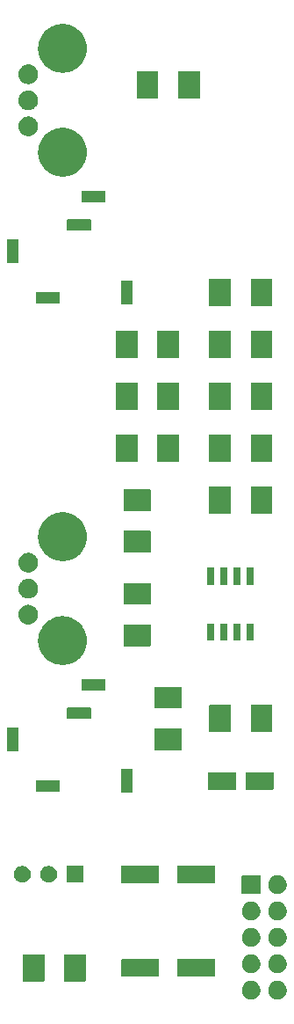
<source format=gbr>
G04 #@! TF.GenerationSoftware,KiCad,Pcbnew,9.0.0*
G04 #@! TF.CreationDate,2025-02-23T15:47:06-07:00*
G04 #@! TF.ProjectId,Noise_Gen,4e6f6973-655f-4476-956e-2e6b69636164,rev?*
G04 #@! TF.SameCoordinates,Original*
G04 #@! TF.FileFunction,Soldermask,Top*
G04 #@! TF.FilePolarity,Negative*
%FSLAX46Y46*%
G04 Gerber Fmt 4.6, Leading zero omitted, Abs format (unit mm)*
G04 Created by KiCad (PCBNEW 9.0.0) date 2025-02-23 15:47:06*
%MOMM*%
%LPD*%
G01*
G04 APERTURE LIST*
G04 APERTURE END LIST*
G36*
X25261546Y-96297797D02*
G01*
X25424728Y-96365389D01*
X25571588Y-96463518D01*
X25696482Y-96588412D01*
X25794611Y-96735272D01*
X25862203Y-96898454D01*
X25896661Y-97071687D01*
X25896661Y-97248313D01*
X25862203Y-97421546D01*
X25794611Y-97584728D01*
X25696482Y-97731588D01*
X25571588Y-97856482D01*
X25424728Y-97954611D01*
X25261546Y-98022203D01*
X25088313Y-98056661D01*
X24911687Y-98056661D01*
X24738454Y-98022203D01*
X24575272Y-97954611D01*
X24428412Y-97856482D01*
X24303518Y-97731588D01*
X24205389Y-97584728D01*
X24137797Y-97421546D01*
X24103339Y-97248313D01*
X24103339Y-97071687D01*
X24137797Y-96898454D01*
X24205389Y-96735272D01*
X24303518Y-96588412D01*
X24428412Y-96463518D01*
X24575272Y-96365389D01*
X24738454Y-96297797D01*
X24911687Y-96263339D01*
X25088313Y-96263339D01*
X25261546Y-96297797D01*
G37*
G36*
X27801546Y-96297797D02*
G01*
X27964728Y-96365389D01*
X28111588Y-96463518D01*
X28236482Y-96588412D01*
X28334611Y-96735272D01*
X28402203Y-96898454D01*
X28436661Y-97071687D01*
X28436661Y-97248313D01*
X28402203Y-97421546D01*
X28334611Y-97584728D01*
X28236482Y-97731588D01*
X28111588Y-97856482D01*
X27964728Y-97954611D01*
X27801546Y-98022203D01*
X27628313Y-98056661D01*
X27451687Y-98056661D01*
X27278454Y-98022203D01*
X27115272Y-97954611D01*
X26968412Y-97856482D01*
X26843518Y-97731588D01*
X26745389Y-97584728D01*
X26677797Y-97421546D01*
X26643339Y-97248313D01*
X26643339Y-97071687D01*
X26677797Y-96898454D01*
X26745389Y-96735272D01*
X26843518Y-96588412D01*
X26968412Y-96463518D01*
X27115272Y-96365389D01*
X27278454Y-96297797D01*
X27451687Y-96263339D01*
X27628313Y-96263339D01*
X27801546Y-96297797D01*
G37*
G36*
X5019517Y-93702882D02*
G01*
X5036062Y-93713938D01*
X5047118Y-93730483D01*
X5051000Y-93750000D01*
X5051000Y-96250000D01*
X5047118Y-96269517D01*
X5036062Y-96286062D01*
X5019517Y-96297118D01*
X5000000Y-96301000D01*
X3000000Y-96301000D01*
X2980483Y-96297118D01*
X2963938Y-96286062D01*
X2952882Y-96269517D01*
X2949000Y-96250000D01*
X2949000Y-93750000D01*
X2952882Y-93730483D01*
X2963938Y-93713938D01*
X2980483Y-93702882D01*
X3000000Y-93699000D01*
X5000000Y-93699000D01*
X5019517Y-93702882D01*
G37*
G36*
X9019517Y-93702882D02*
G01*
X9036062Y-93713938D01*
X9047118Y-93730483D01*
X9051000Y-93750000D01*
X9051000Y-96250000D01*
X9047118Y-96269517D01*
X9036062Y-96286062D01*
X9019517Y-96297118D01*
X9000000Y-96301000D01*
X7000000Y-96301000D01*
X6980483Y-96297118D01*
X6963938Y-96286062D01*
X6952882Y-96269517D01*
X6949000Y-96250000D01*
X6949000Y-93750000D01*
X6952882Y-93730483D01*
X6963938Y-93713938D01*
X6980483Y-93702882D01*
X7000000Y-93699000D01*
X9000000Y-93699000D01*
X9019517Y-93702882D01*
G37*
G36*
X16069517Y-94152882D02*
G01*
X16086062Y-94163938D01*
X16097118Y-94180483D01*
X16101000Y-94200000D01*
X16101000Y-95800000D01*
X16097118Y-95819517D01*
X16086062Y-95836062D01*
X16069517Y-95847118D01*
X16050000Y-95851000D01*
X12550000Y-95851000D01*
X12530483Y-95847118D01*
X12513938Y-95836062D01*
X12502882Y-95819517D01*
X12499000Y-95800000D01*
X12499000Y-94200000D01*
X12502882Y-94180483D01*
X12513938Y-94163938D01*
X12530483Y-94152882D01*
X12550000Y-94149000D01*
X16050000Y-94149000D01*
X16069517Y-94152882D01*
G37*
G36*
X21469517Y-94152882D02*
G01*
X21486062Y-94163938D01*
X21497118Y-94180483D01*
X21501000Y-94200000D01*
X21501000Y-95800000D01*
X21497118Y-95819517D01*
X21486062Y-95836062D01*
X21469517Y-95847118D01*
X21450000Y-95851000D01*
X17950000Y-95851000D01*
X17930483Y-95847118D01*
X17913938Y-95836062D01*
X17902882Y-95819517D01*
X17899000Y-95800000D01*
X17899000Y-94200000D01*
X17902882Y-94180483D01*
X17913938Y-94163938D01*
X17930483Y-94152882D01*
X17950000Y-94149000D01*
X21450000Y-94149000D01*
X21469517Y-94152882D01*
G37*
G36*
X25261546Y-93757797D02*
G01*
X25424728Y-93825389D01*
X25571588Y-93923518D01*
X25696482Y-94048412D01*
X25794611Y-94195272D01*
X25862203Y-94358454D01*
X25896661Y-94531687D01*
X25896661Y-94708313D01*
X25862203Y-94881546D01*
X25794611Y-95044728D01*
X25696482Y-95191588D01*
X25571588Y-95316482D01*
X25424728Y-95414611D01*
X25261546Y-95482203D01*
X25088313Y-95516661D01*
X24911687Y-95516661D01*
X24738454Y-95482203D01*
X24575272Y-95414611D01*
X24428412Y-95316482D01*
X24303518Y-95191588D01*
X24205389Y-95044728D01*
X24137797Y-94881546D01*
X24103339Y-94708313D01*
X24103339Y-94531687D01*
X24137797Y-94358454D01*
X24205389Y-94195272D01*
X24303518Y-94048412D01*
X24428412Y-93923518D01*
X24575272Y-93825389D01*
X24738454Y-93757797D01*
X24911687Y-93723339D01*
X25088313Y-93723339D01*
X25261546Y-93757797D01*
G37*
G36*
X27801546Y-93757797D02*
G01*
X27964728Y-93825389D01*
X28111588Y-93923518D01*
X28236482Y-94048412D01*
X28334611Y-94195272D01*
X28402203Y-94358454D01*
X28436661Y-94531687D01*
X28436661Y-94708313D01*
X28402203Y-94881546D01*
X28334611Y-95044728D01*
X28236482Y-95191588D01*
X28111588Y-95316482D01*
X27964728Y-95414611D01*
X27801546Y-95482203D01*
X27628313Y-95516661D01*
X27451687Y-95516661D01*
X27278454Y-95482203D01*
X27115272Y-95414611D01*
X26968412Y-95316482D01*
X26843518Y-95191588D01*
X26745389Y-95044728D01*
X26677797Y-94881546D01*
X26643339Y-94708313D01*
X26643339Y-94531687D01*
X26677797Y-94358454D01*
X26745389Y-94195272D01*
X26843518Y-94048412D01*
X26968412Y-93923518D01*
X27115272Y-93825389D01*
X27278454Y-93757797D01*
X27451687Y-93723339D01*
X27628313Y-93723339D01*
X27801546Y-93757797D01*
G37*
G36*
X25261546Y-91217797D02*
G01*
X25424728Y-91285389D01*
X25571588Y-91383518D01*
X25696482Y-91508412D01*
X25794611Y-91655272D01*
X25862203Y-91818454D01*
X25896661Y-91991687D01*
X25896661Y-92168313D01*
X25862203Y-92341546D01*
X25794611Y-92504728D01*
X25696482Y-92651588D01*
X25571588Y-92776482D01*
X25424728Y-92874611D01*
X25261546Y-92942203D01*
X25088313Y-92976661D01*
X24911687Y-92976661D01*
X24738454Y-92942203D01*
X24575272Y-92874611D01*
X24428412Y-92776482D01*
X24303518Y-92651588D01*
X24205389Y-92504728D01*
X24137797Y-92341546D01*
X24103339Y-92168313D01*
X24103339Y-91991687D01*
X24137797Y-91818454D01*
X24205389Y-91655272D01*
X24303518Y-91508412D01*
X24428412Y-91383518D01*
X24575272Y-91285389D01*
X24738454Y-91217797D01*
X24911687Y-91183339D01*
X25088313Y-91183339D01*
X25261546Y-91217797D01*
G37*
G36*
X27801546Y-91217797D02*
G01*
X27964728Y-91285389D01*
X28111588Y-91383518D01*
X28236482Y-91508412D01*
X28334611Y-91655272D01*
X28402203Y-91818454D01*
X28436661Y-91991687D01*
X28436661Y-92168313D01*
X28402203Y-92341546D01*
X28334611Y-92504728D01*
X28236482Y-92651588D01*
X28111588Y-92776482D01*
X27964728Y-92874611D01*
X27801546Y-92942203D01*
X27628313Y-92976661D01*
X27451687Y-92976661D01*
X27278454Y-92942203D01*
X27115272Y-92874611D01*
X26968412Y-92776482D01*
X26843518Y-92651588D01*
X26745389Y-92504728D01*
X26677797Y-92341546D01*
X26643339Y-92168313D01*
X26643339Y-91991687D01*
X26677797Y-91818454D01*
X26745389Y-91655272D01*
X26843518Y-91508412D01*
X26968412Y-91383518D01*
X27115272Y-91285389D01*
X27278454Y-91217797D01*
X27451687Y-91183339D01*
X27628313Y-91183339D01*
X27801546Y-91217797D01*
G37*
G36*
X25261546Y-88677797D02*
G01*
X25424728Y-88745389D01*
X25571588Y-88843518D01*
X25696482Y-88968412D01*
X25794611Y-89115272D01*
X25862203Y-89278454D01*
X25896661Y-89451687D01*
X25896661Y-89628313D01*
X25862203Y-89801546D01*
X25794611Y-89964728D01*
X25696482Y-90111588D01*
X25571588Y-90236482D01*
X25424728Y-90334611D01*
X25261546Y-90402203D01*
X25088313Y-90436661D01*
X24911687Y-90436661D01*
X24738454Y-90402203D01*
X24575272Y-90334611D01*
X24428412Y-90236482D01*
X24303518Y-90111588D01*
X24205389Y-89964728D01*
X24137797Y-89801546D01*
X24103339Y-89628313D01*
X24103339Y-89451687D01*
X24137797Y-89278454D01*
X24205389Y-89115272D01*
X24303518Y-88968412D01*
X24428412Y-88843518D01*
X24575272Y-88745389D01*
X24738454Y-88677797D01*
X24911687Y-88643339D01*
X25088313Y-88643339D01*
X25261546Y-88677797D01*
G37*
G36*
X27801546Y-88677797D02*
G01*
X27964728Y-88745389D01*
X28111588Y-88843518D01*
X28236482Y-88968412D01*
X28334611Y-89115272D01*
X28402203Y-89278454D01*
X28436661Y-89451687D01*
X28436661Y-89628313D01*
X28402203Y-89801546D01*
X28334611Y-89964728D01*
X28236482Y-90111588D01*
X28111588Y-90236482D01*
X27964728Y-90334611D01*
X27801546Y-90402203D01*
X27628313Y-90436661D01*
X27451687Y-90436661D01*
X27278454Y-90402203D01*
X27115272Y-90334611D01*
X26968412Y-90236482D01*
X26843518Y-90111588D01*
X26745389Y-89964728D01*
X26677797Y-89801546D01*
X26643339Y-89628313D01*
X26643339Y-89451687D01*
X26677797Y-89278454D01*
X26745389Y-89115272D01*
X26843518Y-88968412D01*
X26968412Y-88843518D01*
X27115272Y-88745389D01*
X27278454Y-88677797D01*
X27451687Y-88643339D01*
X27628313Y-88643339D01*
X27801546Y-88677797D01*
G37*
G36*
X25869517Y-86102882D02*
G01*
X25886062Y-86113938D01*
X25897118Y-86130483D01*
X25901000Y-86150000D01*
X25901000Y-87850000D01*
X25897118Y-87869517D01*
X25886062Y-87886062D01*
X25869517Y-87897118D01*
X25850000Y-87901000D01*
X24150000Y-87901000D01*
X24130483Y-87897118D01*
X24113938Y-87886062D01*
X24102882Y-87869517D01*
X24099000Y-87850000D01*
X24099000Y-86150000D01*
X24102882Y-86130483D01*
X24113938Y-86113938D01*
X24130483Y-86102882D01*
X24150000Y-86099000D01*
X25850000Y-86099000D01*
X25869517Y-86102882D01*
G37*
G36*
X27801546Y-86137797D02*
G01*
X27964728Y-86205389D01*
X28111588Y-86303518D01*
X28236482Y-86428412D01*
X28334611Y-86575272D01*
X28402203Y-86738454D01*
X28436661Y-86911687D01*
X28436661Y-87088313D01*
X28402203Y-87261546D01*
X28334611Y-87424728D01*
X28236482Y-87571588D01*
X28111588Y-87696482D01*
X27964728Y-87794611D01*
X27801546Y-87862203D01*
X27628313Y-87896661D01*
X27451687Y-87896661D01*
X27278454Y-87862203D01*
X27115272Y-87794611D01*
X26968412Y-87696482D01*
X26843518Y-87571588D01*
X26745389Y-87424728D01*
X26677797Y-87261546D01*
X26643339Y-87088313D01*
X26643339Y-86911687D01*
X26677797Y-86738454D01*
X26745389Y-86575272D01*
X26843518Y-86428412D01*
X26968412Y-86303518D01*
X27115272Y-86205389D01*
X27278454Y-86137797D01*
X27451687Y-86103339D01*
X27628313Y-86103339D01*
X27801546Y-86137797D01*
G37*
G36*
X16069517Y-85152882D02*
G01*
X16086062Y-85163938D01*
X16097118Y-85180483D01*
X16101000Y-85200000D01*
X16101000Y-86800000D01*
X16097118Y-86819517D01*
X16086062Y-86836062D01*
X16069517Y-86847118D01*
X16050000Y-86851000D01*
X12550000Y-86851000D01*
X12530483Y-86847118D01*
X12513938Y-86836062D01*
X12502882Y-86819517D01*
X12499000Y-86800000D01*
X12499000Y-85200000D01*
X12502882Y-85180483D01*
X12513938Y-85163938D01*
X12530483Y-85152882D01*
X12550000Y-85149000D01*
X16050000Y-85149000D01*
X16069517Y-85152882D01*
G37*
G36*
X21469517Y-85152882D02*
G01*
X21486062Y-85163938D01*
X21497118Y-85180483D01*
X21501000Y-85200000D01*
X21501000Y-86800000D01*
X21497118Y-86819517D01*
X21486062Y-86836062D01*
X21469517Y-86847118D01*
X21450000Y-86851000D01*
X17950000Y-86851000D01*
X17930483Y-86847118D01*
X17913938Y-86836062D01*
X17902882Y-86819517D01*
X17899000Y-86800000D01*
X17899000Y-85200000D01*
X17902882Y-85180483D01*
X17913938Y-85163938D01*
X17930483Y-85152882D01*
X17950000Y-85149000D01*
X21450000Y-85149000D01*
X21469517Y-85152882D01*
G37*
G36*
X8779517Y-85192882D02*
G01*
X8796062Y-85203938D01*
X8807118Y-85220483D01*
X8811000Y-85240000D01*
X8811000Y-86760000D01*
X8807118Y-86779517D01*
X8796062Y-86796062D01*
X8779517Y-86807118D01*
X8760000Y-86811000D01*
X7240000Y-86811000D01*
X7220483Y-86807118D01*
X7203938Y-86796062D01*
X7192882Y-86779517D01*
X7189000Y-86760000D01*
X7189000Y-85240000D01*
X7192882Y-85220483D01*
X7203938Y-85203938D01*
X7220483Y-85192882D01*
X7240000Y-85189000D01*
X8760000Y-85189000D01*
X8779517Y-85192882D01*
G37*
G36*
X3155421Y-85223921D02*
G01*
X3302303Y-85284762D01*
X3434493Y-85373089D01*
X3546911Y-85485507D01*
X3635238Y-85617697D01*
X3696079Y-85764579D01*
X3727095Y-85920508D01*
X3727095Y-86079492D01*
X3696079Y-86235421D01*
X3635238Y-86382303D01*
X3546911Y-86514493D01*
X3434493Y-86626911D01*
X3302303Y-86715238D01*
X3155421Y-86776079D01*
X2999492Y-86807095D01*
X2840508Y-86807095D01*
X2684579Y-86776079D01*
X2537697Y-86715238D01*
X2405507Y-86626911D01*
X2293089Y-86514493D01*
X2204762Y-86382303D01*
X2143921Y-86235421D01*
X2112905Y-86079492D01*
X2112905Y-85920508D01*
X2143921Y-85764579D01*
X2204762Y-85617697D01*
X2293089Y-85485507D01*
X2405507Y-85373089D01*
X2537697Y-85284762D01*
X2684579Y-85223921D01*
X2840508Y-85192905D01*
X2999492Y-85192905D01*
X3155421Y-85223921D01*
G37*
G36*
X5695421Y-85223921D02*
G01*
X5842303Y-85284762D01*
X5974493Y-85373089D01*
X6086911Y-85485507D01*
X6175238Y-85617697D01*
X6236079Y-85764579D01*
X6267095Y-85920508D01*
X6267095Y-86079492D01*
X6236079Y-86235421D01*
X6175238Y-86382303D01*
X6086911Y-86514493D01*
X5974493Y-86626911D01*
X5842303Y-86715238D01*
X5695421Y-86776079D01*
X5539492Y-86807095D01*
X5380508Y-86807095D01*
X5224579Y-86776079D01*
X5077697Y-86715238D01*
X4945507Y-86626911D01*
X4833089Y-86514493D01*
X4744762Y-86382303D01*
X4683921Y-86235421D01*
X4652905Y-86079492D01*
X4652905Y-85920508D01*
X4683921Y-85764579D01*
X4744762Y-85617697D01*
X4833089Y-85485507D01*
X4945507Y-85373089D01*
X5077697Y-85284762D01*
X5224579Y-85223921D01*
X5380508Y-85192905D01*
X5539492Y-85192905D01*
X5695421Y-85223921D01*
G37*
G36*
X13519517Y-75852882D02*
G01*
X13536062Y-75863938D01*
X13547118Y-75880483D01*
X13551000Y-75900000D01*
X13551000Y-78100000D01*
X13547118Y-78119517D01*
X13536062Y-78136062D01*
X13519517Y-78147118D01*
X13500000Y-78151000D01*
X12500000Y-78151000D01*
X12480483Y-78147118D01*
X12463938Y-78136062D01*
X12452882Y-78119517D01*
X12449000Y-78100000D01*
X12449000Y-75900000D01*
X12452882Y-75880483D01*
X12463938Y-75863938D01*
X12480483Y-75852882D01*
X12500000Y-75849000D01*
X13500000Y-75849000D01*
X13519517Y-75852882D01*
G37*
G36*
X6519517Y-76952882D02*
G01*
X6536062Y-76963938D01*
X6547118Y-76980483D01*
X6551000Y-77000000D01*
X6551000Y-78000000D01*
X6547118Y-78019517D01*
X6536062Y-78036062D01*
X6519517Y-78047118D01*
X6500000Y-78051000D01*
X4300000Y-78051000D01*
X4280483Y-78047118D01*
X4263938Y-78036062D01*
X4252882Y-78019517D01*
X4249000Y-78000000D01*
X4249000Y-77000000D01*
X4252882Y-76980483D01*
X4263938Y-76963938D01*
X4280483Y-76952882D01*
X4300000Y-76949000D01*
X6500000Y-76949000D01*
X6519517Y-76952882D01*
G37*
G36*
X23519517Y-76152882D02*
G01*
X23536062Y-76163938D01*
X23547118Y-76180483D01*
X23551000Y-76200000D01*
X23551000Y-77800000D01*
X23547118Y-77819517D01*
X23536062Y-77836062D01*
X23519517Y-77847118D01*
X23500000Y-77851000D01*
X20900000Y-77851000D01*
X20880483Y-77847118D01*
X20863938Y-77836062D01*
X20852882Y-77819517D01*
X20849000Y-77800000D01*
X20849000Y-76200000D01*
X20852882Y-76180483D01*
X20863938Y-76163938D01*
X20880483Y-76152882D01*
X20900000Y-76149000D01*
X23500000Y-76149000D01*
X23519517Y-76152882D01*
G37*
G36*
X27119517Y-76152882D02*
G01*
X27136062Y-76163938D01*
X27147118Y-76180483D01*
X27151000Y-76200000D01*
X27151000Y-77800000D01*
X27147118Y-77819517D01*
X27136062Y-77836062D01*
X27119517Y-77847118D01*
X27100000Y-77851000D01*
X24500000Y-77851000D01*
X24480483Y-77847118D01*
X24463938Y-77836062D01*
X24452882Y-77819517D01*
X24449000Y-77800000D01*
X24449000Y-76200000D01*
X24452882Y-76180483D01*
X24463938Y-76163938D01*
X24480483Y-76152882D01*
X24500000Y-76149000D01*
X27100000Y-76149000D01*
X27119517Y-76152882D01*
G37*
G36*
X2519517Y-71852882D02*
G01*
X2536062Y-71863938D01*
X2547118Y-71880483D01*
X2551000Y-71900000D01*
X2551000Y-74100000D01*
X2547118Y-74119517D01*
X2536062Y-74136062D01*
X2519517Y-74147118D01*
X2500000Y-74151000D01*
X1500000Y-74151000D01*
X1480483Y-74147118D01*
X1463938Y-74136062D01*
X1452882Y-74119517D01*
X1449000Y-74100000D01*
X1449000Y-71900000D01*
X1452882Y-71880483D01*
X1463938Y-71863938D01*
X1480483Y-71852882D01*
X1500000Y-71849000D01*
X2500000Y-71849000D01*
X2519517Y-71852882D01*
G37*
G36*
X18269517Y-71952882D02*
G01*
X18286062Y-71963938D01*
X18297118Y-71980483D01*
X18301000Y-72000000D01*
X18301000Y-74000000D01*
X18297118Y-74019517D01*
X18286062Y-74036062D01*
X18269517Y-74047118D01*
X18250000Y-74051000D01*
X15750000Y-74051000D01*
X15730483Y-74047118D01*
X15713938Y-74036062D01*
X15702882Y-74019517D01*
X15699000Y-74000000D01*
X15699000Y-72000000D01*
X15702882Y-71980483D01*
X15713938Y-71963938D01*
X15730483Y-71952882D01*
X15750000Y-71949000D01*
X18250000Y-71949000D01*
X18269517Y-71952882D01*
G37*
G36*
X23019517Y-69702882D02*
G01*
X23036062Y-69713938D01*
X23047118Y-69730483D01*
X23051000Y-69750000D01*
X23051000Y-72250000D01*
X23047118Y-72269517D01*
X23036062Y-72286062D01*
X23019517Y-72297118D01*
X23000000Y-72301000D01*
X21000000Y-72301000D01*
X20980483Y-72297118D01*
X20963938Y-72286062D01*
X20952882Y-72269517D01*
X20949000Y-72250000D01*
X20949000Y-69750000D01*
X20952882Y-69730483D01*
X20963938Y-69713938D01*
X20980483Y-69702882D01*
X21000000Y-69699000D01*
X23000000Y-69699000D01*
X23019517Y-69702882D01*
G37*
G36*
X27019517Y-69702882D02*
G01*
X27036062Y-69713938D01*
X27047118Y-69730483D01*
X27051000Y-69750000D01*
X27051000Y-72250000D01*
X27047118Y-72269517D01*
X27036062Y-72286062D01*
X27019517Y-72297118D01*
X27000000Y-72301000D01*
X25000000Y-72301000D01*
X24980483Y-72297118D01*
X24963938Y-72286062D01*
X24952882Y-72269517D01*
X24949000Y-72250000D01*
X24949000Y-69750000D01*
X24952882Y-69730483D01*
X24963938Y-69713938D01*
X24980483Y-69702882D01*
X25000000Y-69699000D01*
X27000000Y-69699000D01*
X27019517Y-69702882D01*
G37*
G36*
X9519517Y-69952882D02*
G01*
X9536062Y-69963938D01*
X9547118Y-69980483D01*
X9551000Y-70000000D01*
X9551000Y-71000000D01*
X9547118Y-71019517D01*
X9536062Y-71036062D01*
X9519517Y-71047118D01*
X9500000Y-71051000D01*
X7300000Y-71051000D01*
X7280483Y-71047118D01*
X7263938Y-71036062D01*
X7252882Y-71019517D01*
X7249000Y-71000000D01*
X7249000Y-70000000D01*
X7252882Y-69980483D01*
X7263938Y-69963938D01*
X7280483Y-69952882D01*
X7300000Y-69949000D01*
X9500000Y-69949000D01*
X9519517Y-69952882D01*
G37*
G36*
X18269517Y-67952882D02*
G01*
X18286062Y-67963938D01*
X18297118Y-67980483D01*
X18301000Y-68000000D01*
X18301000Y-70000000D01*
X18297118Y-70019517D01*
X18286062Y-70036062D01*
X18269517Y-70047118D01*
X18250000Y-70051000D01*
X15750000Y-70051000D01*
X15730483Y-70047118D01*
X15713938Y-70036062D01*
X15702882Y-70019517D01*
X15699000Y-70000000D01*
X15699000Y-68000000D01*
X15702882Y-67980483D01*
X15713938Y-67963938D01*
X15730483Y-67952882D01*
X15750000Y-67949000D01*
X18250000Y-67949000D01*
X18269517Y-67952882D01*
G37*
G36*
X10919517Y-67252882D02*
G01*
X10936062Y-67263938D01*
X10947118Y-67280483D01*
X10951000Y-67300000D01*
X10951000Y-68300000D01*
X10947118Y-68319517D01*
X10936062Y-68336062D01*
X10919517Y-68347118D01*
X10900000Y-68351000D01*
X8700000Y-68351000D01*
X8680483Y-68347118D01*
X8663938Y-68336062D01*
X8652882Y-68319517D01*
X8649000Y-68300000D01*
X8649000Y-67300000D01*
X8652882Y-67280483D01*
X8663938Y-67263938D01*
X8680483Y-67252882D01*
X8700000Y-67249000D01*
X10900000Y-67249000D01*
X10919517Y-67252882D01*
G37*
G36*
X6941920Y-61154034D02*
G01*
X6953763Y-61154034D01*
X7024053Y-61163287D01*
X7193772Y-61182410D01*
X7227124Y-61190022D01*
X7258657Y-61194174D01*
X7335379Y-61214731D01*
X7450782Y-61241072D01*
X7506678Y-61260630D01*
X7555704Y-61273767D01*
X7618194Y-61299651D01*
X7699617Y-61328142D01*
X7777336Y-61365569D01*
X7839821Y-61391452D01*
X7883773Y-61416827D01*
X7937125Y-61442521D01*
X8037338Y-61505489D01*
X8106146Y-61545215D01*
X8131386Y-61564582D01*
X8160341Y-61582776D01*
X8293832Y-61689232D01*
X8350122Y-61732425D01*
X8358501Y-61740804D01*
X8366446Y-61747140D01*
X8552859Y-61933553D01*
X8559194Y-61941497D01*
X8567575Y-61949878D01*
X8610772Y-62006174D01*
X8717223Y-62139658D01*
X8735415Y-62168610D01*
X8754785Y-62193854D01*
X8794515Y-62262668D01*
X8857478Y-62362874D01*
X8883168Y-62416221D01*
X8908548Y-62460179D01*
X8934433Y-62522671D01*
X8971857Y-62600382D01*
X9000344Y-62681795D01*
X9026233Y-62744296D01*
X9039371Y-62793329D01*
X9058927Y-62849217D01*
X9085263Y-62964600D01*
X9105826Y-63041343D01*
X9109978Y-63072883D01*
X9117589Y-63106227D01*
X9136709Y-63275929D01*
X9145966Y-63346237D01*
X9145966Y-63358080D01*
X9147105Y-63368189D01*
X9147105Y-63631810D01*
X9145966Y-63641918D01*
X9145966Y-63653763D01*
X9136709Y-63724076D01*
X9117589Y-63893772D01*
X9109978Y-63927114D01*
X9105826Y-63958657D01*
X9085261Y-64035405D01*
X9058927Y-64150782D01*
X9039372Y-64206665D01*
X9026233Y-64255704D01*
X9000342Y-64318210D01*
X8971857Y-64399617D01*
X8934436Y-64477321D01*
X8908548Y-64539821D01*
X8883166Y-64583783D01*
X8857478Y-64637125D01*
X8794522Y-64737319D01*
X8754785Y-64806146D01*
X8735411Y-64831393D01*
X8717223Y-64860341D01*
X8610793Y-64993799D01*
X8567575Y-65050122D01*
X8559190Y-65058506D01*
X8552859Y-65066446D01*
X8366446Y-65252859D01*
X8358506Y-65259190D01*
X8350122Y-65267575D01*
X8293799Y-65310793D01*
X8160341Y-65417223D01*
X8131393Y-65435411D01*
X8106146Y-65454785D01*
X8037319Y-65494522D01*
X7937125Y-65557478D01*
X7883783Y-65583166D01*
X7839821Y-65608548D01*
X7777321Y-65634436D01*
X7699617Y-65671857D01*
X7618210Y-65700342D01*
X7555704Y-65726233D01*
X7506665Y-65739372D01*
X7450782Y-65758927D01*
X7335405Y-65785261D01*
X7258657Y-65805826D01*
X7227114Y-65809978D01*
X7193772Y-65817589D01*
X7024072Y-65836709D01*
X6953763Y-65845966D01*
X6941920Y-65845966D01*
X6931811Y-65847105D01*
X6668189Y-65847105D01*
X6658080Y-65845966D01*
X6646237Y-65845966D01*
X6575929Y-65836709D01*
X6406227Y-65817589D01*
X6372883Y-65809978D01*
X6341343Y-65805826D01*
X6264600Y-65785263D01*
X6149217Y-65758927D01*
X6093329Y-65739371D01*
X6044296Y-65726233D01*
X5981795Y-65700344D01*
X5900382Y-65671857D01*
X5822671Y-65634433D01*
X5760179Y-65608548D01*
X5716221Y-65583168D01*
X5662874Y-65557478D01*
X5562668Y-65494515D01*
X5493854Y-65454785D01*
X5468610Y-65435415D01*
X5439658Y-65417223D01*
X5306174Y-65310772D01*
X5249878Y-65267575D01*
X5241497Y-65259194D01*
X5233553Y-65252859D01*
X5047140Y-65066446D01*
X5040804Y-65058501D01*
X5032425Y-65050122D01*
X4989232Y-64993832D01*
X4882776Y-64860341D01*
X4864582Y-64831386D01*
X4845215Y-64806146D01*
X4805489Y-64737338D01*
X4742521Y-64637125D01*
X4716827Y-64583773D01*
X4691452Y-64539821D01*
X4665569Y-64477336D01*
X4628142Y-64399617D01*
X4599651Y-64318194D01*
X4573767Y-64255704D01*
X4560630Y-64206678D01*
X4541072Y-64150782D01*
X4514731Y-64035379D01*
X4494174Y-63958657D01*
X4490022Y-63927124D01*
X4482410Y-63893772D01*
X4463288Y-63724057D01*
X4454034Y-63653763D01*
X4454034Y-63641919D01*
X4452895Y-63631810D01*
X4452895Y-63368189D01*
X4454034Y-63358079D01*
X4454034Y-63346237D01*
X4463287Y-63275948D01*
X4482410Y-63106227D01*
X4490023Y-63072872D01*
X4494174Y-63041343D01*
X4514730Y-62964625D01*
X4541072Y-62849217D01*
X4560631Y-62793317D01*
X4573767Y-62744296D01*
X4599649Y-62681810D01*
X4628142Y-62600382D01*
X4665572Y-62522656D01*
X4691452Y-62460179D01*
X4716825Y-62416231D01*
X4742521Y-62362874D01*
X4805496Y-62262648D01*
X4845215Y-62193854D01*
X4864579Y-62168617D01*
X4882776Y-62139658D01*
X4989252Y-62006141D01*
X5032425Y-61949878D01*
X5040800Y-61941502D01*
X5047140Y-61933553D01*
X5233553Y-61747140D01*
X5241502Y-61740800D01*
X5249878Y-61732425D01*
X5306141Y-61689252D01*
X5439658Y-61582776D01*
X5468617Y-61564579D01*
X5493854Y-61545215D01*
X5562648Y-61505496D01*
X5662874Y-61442521D01*
X5716231Y-61416825D01*
X5760179Y-61391452D01*
X5822656Y-61365572D01*
X5900382Y-61328142D01*
X5981810Y-61299649D01*
X6044296Y-61273767D01*
X6093317Y-61260631D01*
X6149217Y-61241072D01*
X6264625Y-61214730D01*
X6341343Y-61194174D01*
X6372872Y-61190023D01*
X6406227Y-61182410D01*
X6575948Y-61163287D01*
X6646237Y-61154034D01*
X6658080Y-61154034D01*
X6668189Y-61152895D01*
X6931811Y-61152895D01*
X6941920Y-61154034D01*
G37*
G36*
X15269517Y-61952882D02*
G01*
X15286062Y-61963938D01*
X15297118Y-61980483D01*
X15301000Y-62000000D01*
X15301000Y-64000000D01*
X15297118Y-64019517D01*
X15286062Y-64036062D01*
X15269517Y-64047118D01*
X15250000Y-64051000D01*
X12750000Y-64051000D01*
X12730483Y-64047118D01*
X12713938Y-64036062D01*
X12702882Y-64019517D01*
X12699000Y-64000000D01*
X12699000Y-62000000D01*
X12702882Y-61980483D01*
X12713938Y-61963938D01*
X12730483Y-61952882D01*
X12750000Y-61949000D01*
X15250000Y-61949000D01*
X15269517Y-61952882D01*
G37*
G36*
X21414517Y-61877882D02*
G01*
X21431062Y-61888938D01*
X21442118Y-61905483D01*
X21446000Y-61925000D01*
X21446000Y-63475000D01*
X21442118Y-63494517D01*
X21431062Y-63511062D01*
X21414517Y-63522118D01*
X21395000Y-63526000D01*
X20795000Y-63526000D01*
X20775483Y-63522118D01*
X20758938Y-63511062D01*
X20747882Y-63494517D01*
X20744000Y-63475000D01*
X20744000Y-61925000D01*
X20747882Y-61905483D01*
X20758938Y-61888938D01*
X20775483Y-61877882D01*
X20795000Y-61874000D01*
X21395000Y-61874000D01*
X21414517Y-61877882D01*
G37*
G36*
X22684517Y-61877882D02*
G01*
X22701062Y-61888938D01*
X22712118Y-61905483D01*
X22716000Y-61925000D01*
X22716000Y-63475000D01*
X22712118Y-63494517D01*
X22701062Y-63511062D01*
X22684517Y-63522118D01*
X22665000Y-63526000D01*
X22065000Y-63526000D01*
X22045483Y-63522118D01*
X22028938Y-63511062D01*
X22017882Y-63494517D01*
X22014000Y-63475000D01*
X22014000Y-61925000D01*
X22017882Y-61905483D01*
X22028938Y-61888938D01*
X22045483Y-61877882D01*
X22065000Y-61874000D01*
X22665000Y-61874000D01*
X22684517Y-61877882D01*
G37*
G36*
X23954517Y-61877882D02*
G01*
X23971062Y-61888938D01*
X23982118Y-61905483D01*
X23986000Y-61925000D01*
X23986000Y-63475000D01*
X23982118Y-63494517D01*
X23971062Y-63511062D01*
X23954517Y-63522118D01*
X23935000Y-63526000D01*
X23335000Y-63526000D01*
X23315483Y-63522118D01*
X23298938Y-63511062D01*
X23287882Y-63494517D01*
X23284000Y-63475000D01*
X23284000Y-61925000D01*
X23287882Y-61905483D01*
X23298938Y-61888938D01*
X23315483Y-61877882D01*
X23335000Y-61874000D01*
X23935000Y-61874000D01*
X23954517Y-61877882D01*
G37*
G36*
X25224517Y-61877882D02*
G01*
X25241062Y-61888938D01*
X25252118Y-61905483D01*
X25256000Y-61925000D01*
X25256000Y-63475000D01*
X25252118Y-63494517D01*
X25241062Y-63511062D01*
X25224517Y-63522118D01*
X25205000Y-63526000D01*
X24605000Y-63526000D01*
X24585483Y-63522118D01*
X24568938Y-63511062D01*
X24557882Y-63494517D01*
X24554000Y-63475000D01*
X24554000Y-61925000D01*
X24557882Y-61905483D01*
X24568938Y-61888938D01*
X24585483Y-61877882D01*
X24605000Y-61874000D01*
X25205000Y-61874000D01*
X25224517Y-61877882D01*
G37*
G36*
X3582553Y-60053579D02*
G01*
X3593214Y-60053579D01*
X3634865Y-60061864D01*
X3721916Y-60075651D01*
X3749918Y-60084749D01*
X3776061Y-60089950D01*
X3812956Y-60105232D01*
X3863784Y-60121748D01*
X3911399Y-60146009D01*
X3948298Y-60161293D01*
X3970463Y-60176103D01*
X3996693Y-60189468D01*
X4067990Y-60241268D01*
X4103308Y-60264867D01*
X4110846Y-60272405D01*
X4117370Y-60277145D01*
X4222854Y-60382629D01*
X4227593Y-60389152D01*
X4235133Y-60396692D01*
X4258734Y-60432014D01*
X4310531Y-60503306D01*
X4323894Y-60529533D01*
X4338707Y-60551702D01*
X4353993Y-60588605D01*
X4378251Y-60636215D01*
X4394764Y-60687035D01*
X4410050Y-60723939D01*
X4415251Y-60750086D01*
X4424348Y-60778083D01*
X4438134Y-60865125D01*
X4446421Y-60906786D01*
X4446421Y-60917447D01*
X4447683Y-60925415D01*
X4447683Y-61074584D01*
X4446421Y-61082551D01*
X4446421Y-61093214D01*
X4438133Y-61134877D01*
X4424348Y-61221916D01*
X4415251Y-61249910D01*
X4410050Y-61276061D01*
X4394762Y-61312968D01*
X4378251Y-61363784D01*
X4353995Y-61411388D01*
X4338707Y-61448298D01*
X4323892Y-61470470D01*
X4310531Y-61496693D01*
X4258742Y-61567973D01*
X4235133Y-61603308D01*
X4227591Y-61610849D01*
X4222854Y-61617370D01*
X4117370Y-61722854D01*
X4110849Y-61727591D01*
X4103308Y-61735133D01*
X4067973Y-61758742D01*
X3996693Y-61810531D01*
X3970470Y-61823892D01*
X3948298Y-61838707D01*
X3911388Y-61853995D01*
X3863784Y-61878251D01*
X3812968Y-61894762D01*
X3776061Y-61910050D01*
X3749910Y-61915251D01*
X3721916Y-61924348D01*
X3634875Y-61938133D01*
X3593214Y-61946421D01*
X3582553Y-61946421D01*
X3574585Y-61947683D01*
X3425415Y-61947683D01*
X3417447Y-61946421D01*
X3406786Y-61946421D01*
X3365125Y-61938134D01*
X3278083Y-61924348D01*
X3250086Y-61915251D01*
X3223939Y-61910050D01*
X3187035Y-61894764D01*
X3136215Y-61878251D01*
X3088605Y-61853993D01*
X3051702Y-61838707D01*
X3029533Y-61823894D01*
X3003306Y-61810531D01*
X2932014Y-61758734D01*
X2896692Y-61735133D01*
X2889152Y-61727593D01*
X2882629Y-61722854D01*
X2777145Y-61617370D01*
X2772405Y-61610846D01*
X2764867Y-61603308D01*
X2741268Y-61567990D01*
X2689468Y-61496693D01*
X2676103Y-61470463D01*
X2661293Y-61448298D01*
X2646009Y-61411399D01*
X2621748Y-61363784D01*
X2605232Y-61312956D01*
X2589950Y-61276061D01*
X2584749Y-61249918D01*
X2575651Y-61221916D01*
X2561864Y-61134867D01*
X2553579Y-61093214D01*
X2553579Y-61082552D01*
X2552317Y-61074584D01*
X2552317Y-60925415D01*
X2553579Y-60917446D01*
X2553579Y-60906786D01*
X2561863Y-60865136D01*
X2575651Y-60778083D01*
X2584750Y-60750078D01*
X2589950Y-60723939D01*
X2605231Y-60687046D01*
X2621748Y-60636215D01*
X2646011Y-60588595D01*
X2661293Y-60551702D01*
X2676101Y-60529539D01*
X2689468Y-60503306D01*
X2741277Y-60431996D01*
X2764867Y-60396692D01*
X2772402Y-60389156D01*
X2777145Y-60382629D01*
X2882629Y-60277145D01*
X2889156Y-60272402D01*
X2896692Y-60264867D01*
X2931996Y-60241277D01*
X3003306Y-60189468D01*
X3029539Y-60176101D01*
X3051702Y-60161293D01*
X3088595Y-60146011D01*
X3136215Y-60121748D01*
X3187046Y-60105231D01*
X3223939Y-60089950D01*
X3250078Y-60084750D01*
X3278083Y-60075651D01*
X3365136Y-60061863D01*
X3406786Y-60053579D01*
X3417447Y-60053579D01*
X3425415Y-60052317D01*
X3574585Y-60052317D01*
X3582553Y-60053579D01*
G37*
G36*
X15269517Y-57952882D02*
G01*
X15286062Y-57963938D01*
X15297118Y-57980483D01*
X15301000Y-58000000D01*
X15301000Y-60000000D01*
X15297118Y-60019517D01*
X15286062Y-60036062D01*
X15269517Y-60047118D01*
X15250000Y-60051000D01*
X12750000Y-60051000D01*
X12730483Y-60047118D01*
X12713938Y-60036062D01*
X12702882Y-60019517D01*
X12699000Y-60000000D01*
X12699000Y-58000000D01*
X12702882Y-57980483D01*
X12713938Y-57963938D01*
X12730483Y-57952882D01*
X12750000Y-57949000D01*
X15250000Y-57949000D01*
X15269517Y-57952882D01*
G37*
G36*
X3582553Y-57553579D02*
G01*
X3593214Y-57553579D01*
X3634865Y-57561864D01*
X3721916Y-57575651D01*
X3749918Y-57584749D01*
X3776061Y-57589950D01*
X3812956Y-57605232D01*
X3863784Y-57621748D01*
X3911399Y-57646009D01*
X3948298Y-57661293D01*
X3970463Y-57676103D01*
X3996693Y-57689468D01*
X4067990Y-57741268D01*
X4103308Y-57764867D01*
X4110846Y-57772405D01*
X4117370Y-57777145D01*
X4222854Y-57882629D01*
X4227593Y-57889152D01*
X4235133Y-57896692D01*
X4258734Y-57932014D01*
X4310531Y-58003306D01*
X4323894Y-58029533D01*
X4338707Y-58051702D01*
X4353993Y-58088605D01*
X4378251Y-58136215D01*
X4394764Y-58187035D01*
X4410050Y-58223939D01*
X4415251Y-58250086D01*
X4424348Y-58278083D01*
X4438134Y-58365125D01*
X4446421Y-58406786D01*
X4446421Y-58417447D01*
X4447683Y-58425415D01*
X4447683Y-58574584D01*
X4446421Y-58582551D01*
X4446421Y-58593214D01*
X4438133Y-58634877D01*
X4424348Y-58721916D01*
X4415251Y-58749910D01*
X4410050Y-58776061D01*
X4394762Y-58812968D01*
X4378251Y-58863784D01*
X4353995Y-58911388D01*
X4338707Y-58948298D01*
X4323892Y-58970470D01*
X4310531Y-58996693D01*
X4258742Y-59067973D01*
X4235133Y-59103308D01*
X4227591Y-59110849D01*
X4222854Y-59117370D01*
X4117370Y-59222854D01*
X4110849Y-59227591D01*
X4103308Y-59235133D01*
X4067973Y-59258742D01*
X3996693Y-59310531D01*
X3970470Y-59323892D01*
X3948298Y-59338707D01*
X3911388Y-59353995D01*
X3863784Y-59378251D01*
X3812968Y-59394762D01*
X3776061Y-59410050D01*
X3749910Y-59415251D01*
X3721916Y-59424348D01*
X3634875Y-59438133D01*
X3593214Y-59446421D01*
X3582553Y-59446421D01*
X3574585Y-59447683D01*
X3425415Y-59447683D01*
X3417447Y-59446421D01*
X3406786Y-59446421D01*
X3365125Y-59438134D01*
X3278083Y-59424348D01*
X3250086Y-59415251D01*
X3223939Y-59410050D01*
X3187035Y-59394764D01*
X3136215Y-59378251D01*
X3088605Y-59353993D01*
X3051702Y-59338707D01*
X3029533Y-59323894D01*
X3003306Y-59310531D01*
X2932014Y-59258734D01*
X2896692Y-59235133D01*
X2889152Y-59227593D01*
X2882629Y-59222854D01*
X2777145Y-59117370D01*
X2772405Y-59110846D01*
X2764867Y-59103308D01*
X2741268Y-59067990D01*
X2689468Y-58996693D01*
X2676103Y-58970463D01*
X2661293Y-58948298D01*
X2646009Y-58911399D01*
X2621748Y-58863784D01*
X2605232Y-58812956D01*
X2589950Y-58776061D01*
X2584749Y-58749918D01*
X2575651Y-58721916D01*
X2561864Y-58634867D01*
X2553579Y-58593214D01*
X2553579Y-58582552D01*
X2552317Y-58574584D01*
X2552317Y-58425415D01*
X2553579Y-58417446D01*
X2553579Y-58406786D01*
X2561863Y-58365136D01*
X2575651Y-58278083D01*
X2584750Y-58250078D01*
X2589950Y-58223939D01*
X2605231Y-58187046D01*
X2621748Y-58136215D01*
X2646011Y-58088595D01*
X2661293Y-58051702D01*
X2676101Y-58029539D01*
X2689468Y-58003306D01*
X2741277Y-57931996D01*
X2764867Y-57896692D01*
X2772402Y-57889156D01*
X2777145Y-57882629D01*
X2882629Y-57777145D01*
X2889156Y-57772402D01*
X2896692Y-57764867D01*
X2931996Y-57741277D01*
X3003306Y-57689468D01*
X3029539Y-57676101D01*
X3051702Y-57661293D01*
X3088595Y-57646011D01*
X3136215Y-57621748D01*
X3187046Y-57605231D01*
X3223939Y-57589950D01*
X3250078Y-57584750D01*
X3278083Y-57575651D01*
X3365136Y-57561863D01*
X3406786Y-57553579D01*
X3417447Y-57553579D01*
X3425415Y-57552317D01*
X3574585Y-57552317D01*
X3582553Y-57553579D01*
G37*
G36*
X21414517Y-56477882D02*
G01*
X21431062Y-56488938D01*
X21442118Y-56505483D01*
X21446000Y-56525000D01*
X21446000Y-58075000D01*
X21442118Y-58094517D01*
X21431062Y-58111062D01*
X21414517Y-58122118D01*
X21395000Y-58126000D01*
X20795000Y-58126000D01*
X20775483Y-58122118D01*
X20758938Y-58111062D01*
X20747882Y-58094517D01*
X20744000Y-58075000D01*
X20744000Y-56525000D01*
X20747882Y-56505483D01*
X20758938Y-56488938D01*
X20775483Y-56477882D01*
X20795000Y-56474000D01*
X21395000Y-56474000D01*
X21414517Y-56477882D01*
G37*
G36*
X22684517Y-56477882D02*
G01*
X22701062Y-56488938D01*
X22712118Y-56505483D01*
X22716000Y-56525000D01*
X22716000Y-58075000D01*
X22712118Y-58094517D01*
X22701062Y-58111062D01*
X22684517Y-58122118D01*
X22665000Y-58126000D01*
X22065000Y-58126000D01*
X22045483Y-58122118D01*
X22028938Y-58111062D01*
X22017882Y-58094517D01*
X22014000Y-58075000D01*
X22014000Y-56525000D01*
X22017882Y-56505483D01*
X22028938Y-56488938D01*
X22045483Y-56477882D01*
X22065000Y-56474000D01*
X22665000Y-56474000D01*
X22684517Y-56477882D01*
G37*
G36*
X23954517Y-56477882D02*
G01*
X23971062Y-56488938D01*
X23982118Y-56505483D01*
X23986000Y-56525000D01*
X23986000Y-58075000D01*
X23982118Y-58094517D01*
X23971062Y-58111062D01*
X23954517Y-58122118D01*
X23935000Y-58126000D01*
X23335000Y-58126000D01*
X23315483Y-58122118D01*
X23298938Y-58111062D01*
X23287882Y-58094517D01*
X23284000Y-58075000D01*
X23284000Y-56525000D01*
X23287882Y-56505483D01*
X23298938Y-56488938D01*
X23315483Y-56477882D01*
X23335000Y-56474000D01*
X23935000Y-56474000D01*
X23954517Y-56477882D01*
G37*
G36*
X25224517Y-56477882D02*
G01*
X25241062Y-56488938D01*
X25252118Y-56505483D01*
X25256000Y-56525000D01*
X25256000Y-58075000D01*
X25252118Y-58094517D01*
X25241062Y-58111062D01*
X25224517Y-58122118D01*
X25205000Y-58126000D01*
X24605000Y-58126000D01*
X24585483Y-58122118D01*
X24568938Y-58111062D01*
X24557882Y-58094517D01*
X24554000Y-58075000D01*
X24554000Y-56525000D01*
X24557882Y-56505483D01*
X24568938Y-56488938D01*
X24585483Y-56477882D01*
X24605000Y-56474000D01*
X25205000Y-56474000D01*
X25224517Y-56477882D01*
G37*
G36*
X3582553Y-55053579D02*
G01*
X3593214Y-55053579D01*
X3634865Y-55061864D01*
X3721916Y-55075651D01*
X3749918Y-55084749D01*
X3776061Y-55089950D01*
X3812956Y-55105232D01*
X3863784Y-55121748D01*
X3911399Y-55146009D01*
X3948298Y-55161293D01*
X3970463Y-55176103D01*
X3996693Y-55189468D01*
X4067990Y-55241268D01*
X4103308Y-55264867D01*
X4110846Y-55272405D01*
X4117370Y-55277145D01*
X4222854Y-55382629D01*
X4227593Y-55389152D01*
X4235133Y-55396692D01*
X4258734Y-55432014D01*
X4310531Y-55503306D01*
X4323894Y-55529533D01*
X4338707Y-55551702D01*
X4353993Y-55588605D01*
X4378251Y-55636215D01*
X4394764Y-55687035D01*
X4410050Y-55723939D01*
X4415251Y-55750086D01*
X4424348Y-55778083D01*
X4438134Y-55865125D01*
X4446421Y-55906786D01*
X4446421Y-55917447D01*
X4447683Y-55925415D01*
X4447683Y-56074584D01*
X4446421Y-56082551D01*
X4446421Y-56093214D01*
X4438133Y-56134877D01*
X4424348Y-56221916D01*
X4415251Y-56249910D01*
X4410050Y-56276061D01*
X4394762Y-56312968D01*
X4378251Y-56363784D01*
X4353995Y-56411388D01*
X4338707Y-56448298D01*
X4323892Y-56470470D01*
X4310531Y-56496693D01*
X4258742Y-56567973D01*
X4235133Y-56603308D01*
X4227591Y-56610849D01*
X4222854Y-56617370D01*
X4117370Y-56722854D01*
X4110849Y-56727591D01*
X4103308Y-56735133D01*
X4067973Y-56758742D01*
X3996693Y-56810531D01*
X3970470Y-56823892D01*
X3948298Y-56838707D01*
X3911388Y-56853995D01*
X3863784Y-56878251D01*
X3812968Y-56894762D01*
X3776061Y-56910050D01*
X3749910Y-56915251D01*
X3721916Y-56924348D01*
X3634875Y-56938133D01*
X3593214Y-56946421D01*
X3582553Y-56946421D01*
X3574585Y-56947683D01*
X3425415Y-56947683D01*
X3417447Y-56946421D01*
X3406786Y-56946421D01*
X3365125Y-56938134D01*
X3278083Y-56924348D01*
X3250086Y-56915251D01*
X3223939Y-56910050D01*
X3187035Y-56894764D01*
X3136215Y-56878251D01*
X3088605Y-56853993D01*
X3051702Y-56838707D01*
X3029533Y-56823894D01*
X3003306Y-56810531D01*
X2932014Y-56758734D01*
X2896692Y-56735133D01*
X2889152Y-56727593D01*
X2882629Y-56722854D01*
X2777145Y-56617370D01*
X2772405Y-56610846D01*
X2764867Y-56603308D01*
X2741268Y-56567990D01*
X2689468Y-56496693D01*
X2676103Y-56470463D01*
X2661293Y-56448298D01*
X2646009Y-56411399D01*
X2621748Y-56363784D01*
X2605232Y-56312956D01*
X2589950Y-56276061D01*
X2584749Y-56249918D01*
X2575651Y-56221916D01*
X2561864Y-56134867D01*
X2553579Y-56093214D01*
X2553579Y-56082552D01*
X2552317Y-56074584D01*
X2552317Y-55925415D01*
X2553579Y-55917446D01*
X2553579Y-55906786D01*
X2561863Y-55865136D01*
X2575651Y-55778083D01*
X2584750Y-55750078D01*
X2589950Y-55723939D01*
X2605231Y-55687046D01*
X2621748Y-55636215D01*
X2646011Y-55588595D01*
X2661293Y-55551702D01*
X2676101Y-55529539D01*
X2689468Y-55503306D01*
X2741277Y-55431996D01*
X2764867Y-55396692D01*
X2772402Y-55389156D01*
X2777145Y-55382629D01*
X2882629Y-55277145D01*
X2889156Y-55272402D01*
X2896692Y-55264867D01*
X2931996Y-55241277D01*
X3003306Y-55189468D01*
X3029539Y-55176101D01*
X3051702Y-55161293D01*
X3088595Y-55146011D01*
X3136215Y-55121748D01*
X3187046Y-55105231D01*
X3223939Y-55089950D01*
X3250078Y-55084750D01*
X3278083Y-55075651D01*
X3365136Y-55061863D01*
X3406786Y-55053579D01*
X3417447Y-55053579D01*
X3425415Y-55052317D01*
X3574585Y-55052317D01*
X3582553Y-55053579D01*
G37*
G36*
X6941920Y-51154034D02*
G01*
X6953763Y-51154034D01*
X7024053Y-51163287D01*
X7193772Y-51182410D01*
X7227124Y-51190022D01*
X7258657Y-51194174D01*
X7335379Y-51214731D01*
X7450782Y-51241072D01*
X7506678Y-51260630D01*
X7555704Y-51273767D01*
X7618194Y-51299651D01*
X7699617Y-51328142D01*
X7777336Y-51365569D01*
X7839821Y-51391452D01*
X7883773Y-51416827D01*
X7937125Y-51442521D01*
X8037338Y-51505489D01*
X8106146Y-51545215D01*
X8131386Y-51564582D01*
X8160341Y-51582776D01*
X8293832Y-51689232D01*
X8350122Y-51732425D01*
X8358501Y-51740804D01*
X8366446Y-51747140D01*
X8552859Y-51933553D01*
X8559194Y-51941497D01*
X8567575Y-51949878D01*
X8610772Y-52006174D01*
X8717223Y-52139658D01*
X8735415Y-52168610D01*
X8754785Y-52193854D01*
X8794515Y-52262668D01*
X8857478Y-52362874D01*
X8883168Y-52416221D01*
X8908548Y-52460179D01*
X8934433Y-52522671D01*
X8971857Y-52600382D01*
X9000344Y-52681795D01*
X9026233Y-52744296D01*
X9039371Y-52793329D01*
X9058927Y-52849217D01*
X9085263Y-52964600D01*
X9105826Y-53041343D01*
X9109978Y-53072883D01*
X9117589Y-53106227D01*
X9136709Y-53275929D01*
X9145966Y-53346237D01*
X9145966Y-53358080D01*
X9147105Y-53368189D01*
X9147105Y-53631810D01*
X9145966Y-53641918D01*
X9145966Y-53653763D01*
X9136709Y-53724076D01*
X9117589Y-53893772D01*
X9109978Y-53927114D01*
X9105826Y-53958657D01*
X9085261Y-54035405D01*
X9058927Y-54150782D01*
X9039372Y-54206665D01*
X9026233Y-54255704D01*
X9000342Y-54318210D01*
X8971857Y-54399617D01*
X8934436Y-54477321D01*
X8908548Y-54539821D01*
X8883166Y-54583783D01*
X8857478Y-54637125D01*
X8794522Y-54737319D01*
X8754785Y-54806146D01*
X8735411Y-54831393D01*
X8717223Y-54860341D01*
X8610793Y-54993799D01*
X8567575Y-55050122D01*
X8559190Y-55058506D01*
X8552859Y-55066446D01*
X8366446Y-55252859D01*
X8358506Y-55259190D01*
X8350122Y-55267575D01*
X8293799Y-55310793D01*
X8160341Y-55417223D01*
X8131393Y-55435411D01*
X8106146Y-55454785D01*
X8037319Y-55494522D01*
X7937125Y-55557478D01*
X7883783Y-55583166D01*
X7839821Y-55608548D01*
X7777321Y-55634436D01*
X7699617Y-55671857D01*
X7618210Y-55700342D01*
X7555704Y-55726233D01*
X7506665Y-55739372D01*
X7450782Y-55758927D01*
X7335405Y-55785261D01*
X7258657Y-55805826D01*
X7227114Y-55809978D01*
X7193772Y-55817589D01*
X7024072Y-55836709D01*
X6953763Y-55845966D01*
X6941920Y-55845966D01*
X6931811Y-55847105D01*
X6668189Y-55847105D01*
X6658080Y-55845966D01*
X6646237Y-55845966D01*
X6575929Y-55836709D01*
X6406227Y-55817589D01*
X6372883Y-55809978D01*
X6341343Y-55805826D01*
X6264600Y-55785263D01*
X6149217Y-55758927D01*
X6093329Y-55739371D01*
X6044296Y-55726233D01*
X5981795Y-55700344D01*
X5900382Y-55671857D01*
X5822671Y-55634433D01*
X5760179Y-55608548D01*
X5716221Y-55583168D01*
X5662874Y-55557478D01*
X5562668Y-55494515D01*
X5493854Y-55454785D01*
X5468610Y-55435415D01*
X5439658Y-55417223D01*
X5306174Y-55310772D01*
X5249878Y-55267575D01*
X5241497Y-55259194D01*
X5233553Y-55252859D01*
X5047140Y-55066446D01*
X5040804Y-55058501D01*
X5032425Y-55050122D01*
X4989232Y-54993832D01*
X4882776Y-54860341D01*
X4864582Y-54831386D01*
X4845215Y-54806146D01*
X4805489Y-54737338D01*
X4742521Y-54637125D01*
X4716827Y-54583773D01*
X4691452Y-54539821D01*
X4665569Y-54477336D01*
X4628142Y-54399617D01*
X4599651Y-54318194D01*
X4573767Y-54255704D01*
X4560630Y-54206678D01*
X4541072Y-54150782D01*
X4514731Y-54035379D01*
X4494174Y-53958657D01*
X4490022Y-53927124D01*
X4482410Y-53893772D01*
X4463288Y-53724057D01*
X4454034Y-53653763D01*
X4454034Y-53641919D01*
X4452895Y-53631810D01*
X4452895Y-53368189D01*
X4454034Y-53358079D01*
X4454034Y-53346237D01*
X4463287Y-53275948D01*
X4482410Y-53106227D01*
X4490023Y-53072872D01*
X4494174Y-53041343D01*
X4514730Y-52964625D01*
X4541072Y-52849217D01*
X4560631Y-52793317D01*
X4573767Y-52744296D01*
X4599649Y-52681810D01*
X4628142Y-52600382D01*
X4665572Y-52522656D01*
X4691452Y-52460179D01*
X4716825Y-52416231D01*
X4742521Y-52362874D01*
X4805496Y-52262648D01*
X4845215Y-52193854D01*
X4864579Y-52168617D01*
X4882776Y-52139658D01*
X4989252Y-52006141D01*
X5032425Y-51949878D01*
X5040800Y-51941502D01*
X5047140Y-51933553D01*
X5233553Y-51747140D01*
X5241502Y-51740800D01*
X5249878Y-51732425D01*
X5306141Y-51689252D01*
X5439658Y-51582776D01*
X5468617Y-51564579D01*
X5493854Y-51545215D01*
X5562648Y-51505496D01*
X5662874Y-51442521D01*
X5716231Y-51416825D01*
X5760179Y-51391452D01*
X5822656Y-51365572D01*
X5900382Y-51328142D01*
X5981810Y-51299649D01*
X6044296Y-51273767D01*
X6093317Y-51260631D01*
X6149217Y-51241072D01*
X6264625Y-51214730D01*
X6341343Y-51194174D01*
X6372872Y-51190023D01*
X6406227Y-51182410D01*
X6575948Y-51163287D01*
X6646237Y-51154034D01*
X6658080Y-51154034D01*
X6668189Y-51152895D01*
X6931811Y-51152895D01*
X6941920Y-51154034D01*
G37*
G36*
X15269517Y-52952882D02*
G01*
X15286062Y-52963938D01*
X15297118Y-52980483D01*
X15301000Y-53000000D01*
X15301000Y-55000000D01*
X15297118Y-55019517D01*
X15286062Y-55036062D01*
X15269517Y-55047118D01*
X15250000Y-55051000D01*
X12750000Y-55051000D01*
X12730483Y-55047118D01*
X12713938Y-55036062D01*
X12702882Y-55019517D01*
X12699000Y-55000000D01*
X12699000Y-53000000D01*
X12702882Y-52980483D01*
X12713938Y-52963938D01*
X12730483Y-52952882D01*
X12750000Y-52949000D01*
X15250000Y-52949000D01*
X15269517Y-52952882D01*
G37*
G36*
X23019517Y-48702882D02*
G01*
X23036062Y-48713938D01*
X23047118Y-48730483D01*
X23051000Y-48750000D01*
X23051000Y-51250000D01*
X23047118Y-51269517D01*
X23036062Y-51286062D01*
X23019517Y-51297118D01*
X23000000Y-51301000D01*
X21000000Y-51301000D01*
X20980483Y-51297118D01*
X20963938Y-51286062D01*
X20952882Y-51269517D01*
X20949000Y-51250000D01*
X20949000Y-48750000D01*
X20952882Y-48730483D01*
X20963938Y-48713938D01*
X20980483Y-48702882D01*
X21000000Y-48699000D01*
X23000000Y-48699000D01*
X23019517Y-48702882D01*
G37*
G36*
X27019517Y-48702882D02*
G01*
X27036062Y-48713938D01*
X27047118Y-48730483D01*
X27051000Y-48750000D01*
X27051000Y-51250000D01*
X27047118Y-51269517D01*
X27036062Y-51286062D01*
X27019517Y-51297118D01*
X27000000Y-51301000D01*
X25000000Y-51301000D01*
X24980483Y-51297118D01*
X24963938Y-51286062D01*
X24952882Y-51269517D01*
X24949000Y-51250000D01*
X24949000Y-48750000D01*
X24952882Y-48730483D01*
X24963938Y-48713938D01*
X24980483Y-48702882D01*
X25000000Y-48699000D01*
X27000000Y-48699000D01*
X27019517Y-48702882D01*
G37*
G36*
X15269517Y-48952882D02*
G01*
X15286062Y-48963938D01*
X15297118Y-48980483D01*
X15301000Y-49000000D01*
X15301000Y-51000000D01*
X15297118Y-51019517D01*
X15286062Y-51036062D01*
X15269517Y-51047118D01*
X15250000Y-51051000D01*
X12750000Y-51051000D01*
X12730483Y-51047118D01*
X12713938Y-51036062D01*
X12702882Y-51019517D01*
X12699000Y-51000000D01*
X12699000Y-49000000D01*
X12702882Y-48980483D01*
X12713938Y-48963938D01*
X12730483Y-48952882D01*
X12750000Y-48949000D01*
X15250000Y-48949000D01*
X15269517Y-48952882D01*
G37*
G36*
X14019517Y-43702882D02*
G01*
X14036062Y-43713938D01*
X14047118Y-43730483D01*
X14051000Y-43750000D01*
X14051000Y-46250000D01*
X14047118Y-46269517D01*
X14036062Y-46286062D01*
X14019517Y-46297118D01*
X14000000Y-46301000D01*
X12000000Y-46301000D01*
X11980483Y-46297118D01*
X11963938Y-46286062D01*
X11952882Y-46269517D01*
X11949000Y-46250000D01*
X11949000Y-43750000D01*
X11952882Y-43730483D01*
X11963938Y-43713938D01*
X11980483Y-43702882D01*
X12000000Y-43699000D01*
X14000000Y-43699000D01*
X14019517Y-43702882D01*
G37*
G36*
X18019517Y-43702882D02*
G01*
X18036062Y-43713938D01*
X18047118Y-43730483D01*
X18051000Y-43750000D01*
X18051000Y-46250000D01*
X18047118Y-46269517D01*
X18036062Y-46286062D01*
X18019517Y-46297118D01*
X18000000Y-46301000D01*
X16000000Y-46301000D01*
X15980483Y-46297118D01*
X15963938Y-46286062D01*
X15952882Y-46269517D01*
X15949000Y-46250000D01*
X15949000Y-43750000D01*
X15952882Y-43730483D01*
X15963938Y-43713938D01*
X15980483Y-43702882D01*
X16000000Y-43699000D01*
X18000000Y-43699000D01*
X18019517Y-43702882D01*
G37*
G36*
X23019517Y-43702882D02*
G01*
X23036062Y-43713938D01*
X23047118Y-43730483D01*
X23051000Y-43750000D01*
X23051000Y-46250000D01*
X23047118Y-46269517D01*
X23036062Y-46286062D01*
X23019517Y-46297118D01*
X23000000Y-46301000D01*
X21000000Y-46301000D01*
X20980483Y-46297118D01*
X20963938Y-46286062D01*
X20952882Y-46269517D01*
X20949000Y-46250000D01*
X20949000Y-43750000D01*
X20952882Y-43730483D01*
X20963938Y-43713938D01*
X20980483Y-43702882D01*
X21000000Y-43699000D01*
X23000000Y-43699000D01*
X23019517Y-43702882D01*
G37*
G36*
X27019517Y-43702882D02*
G01*
X27036062Y-43713938D01*
X27047118Y-43730483D01*
X27051000Y-43750000D01*
X27051000Y-46250000D01*
X27047118Y-46269517D01*
X27036062Y-46286062D01*
X27019517Y-46297118D01*
X27000000Y-46301000D01*
X25000000Y-46301000D01*
X24980483Y-46297118D01*
X24963938Y-46286062D01*
X24952882Y-46269517D01*
X24949000Y-46250000D01*
X24949000Y-43750000D01*
X24952882Y-43730483D01*
X24963938Y-43713938D01*
X24980483Y-43702882D01*
X25000000Y-43699000D01*
X27000000Y-43699000D01*
X27019517Y-43702882D01*
G37*
G36*
X14019517Y-38702882D02*
G01*
X14036062Y-38713938D01*
X14047118Y-38730483D01*
X14051000Y-38750000D01*
X14051000Y-41250000D01*
X14047118Y-41269517D01*
X14036062Y-41286062D01*
X14019517Y-41297118D01*
X14000000Y-41301000D01*
X12000000Y-41301000D01*
X11980483Y-41297118D01*
X11963938Y-41286062D01*
X11952882Y-41269517D01*
X11949000Y-41250000D01*
X11949000Y-38750000D01*
X11952882Y-38730483D01*
X11963938Y-38713938D01*
X11980483Y-38702882D01*
X12000000Y-38699000D01*
X14000000Y-38699000D01*
X14019517Y-38702882D01*
G37*
G36*
X18019517Y-38702882D02*
G01*
X18036062Y-38713938D01*
X18047118Y-38730483D01*
X18051000Y-38750000D01*
X18051000Y-41250000D01*
X18047118Y-41269517D01*
X18036062Y-41286062D01*
X18019517Y-41297118D01*
X18000000Y-41301000D01*
X16000000Y-41301000D01*
X15980483Y-41297118D01*
X15963938Y-41286062D01*
X15952882Y-41269517D01*
X15949000Y-41250000D01*
X15949000Y-38750000D01*
X15952882Y-38730483D01*
X15963938Y-38713938D01*
X15980483Y-38702882D01*
X16000000Y-38699000D01*
X18000000Y-38699000D01*
X18019517Y-38702882D01*
G37*
G36*
X23019517Y-38702882D02*
G01*
X23036062Y-38713938D01*
X23047118Y-38730483D01*
X23051000Y-38750000D01*
X23051000Y-41250000D01*
X23047118Y-41269517D01*
X23036062Y-41286062D01*
X23019517Y-41297118D01*
X23000000Y-41301000D01*
X21000000Y-41301000D01*
X20980483Y-41297118D01*
X20963938Y-41286062D01*
X20952882Y-41269517D01*
X20949000Y-41250000D01*
X20949000Y-38750000D01*
X20952882Y-38730483D01*
X20963938Y-38713938D01*
X20980483Y-38702882D01*
X21000000Y-38699000D01*
X23000000Y-38699000D01*
X23019517Y-38702882D01*
G37*
G36*
X27019517Y-38702882D02*
G01*
X27036062Y-38713938D01*
X27047118Y-38730483D01*
X27051000Y-38750000D01*
X27051000Y-41250000D01*
X27047118Y-41269517D01*
X27036062Y-41286062D01*
X27019517Y-41297118D01*
X27000000Y-41301000D01*
X25000000Y-41301000D01*
X24980483Y-41297118D01*
X24963938Y-41286062D01*
X24952882Y-41269517D01*
X24949000Y-41250000D01*
X24949000Y-38750000D01*
X24952882Y-38730483D01*
X24963938Y-38713938D01*
X24980483Y-38702882D01*
X25000000Y-38699000D01*
X27000000Y-38699000D01*
X27019517Y-38702882D01*
G37*
G36*
X14019517Y-33702882D02*
G01*
X14036062Y-33713938D01*
X14047118Y-33730483D01*
X14051000Y-33750000D01*
X14051000Y-36250000D01*
X14047118Y-36269517D01*
X14036062Y-36286062D01*
X14019517Y-36297118D01*
X14000000Y-36301000D01*
X12000000Y-36301000D01*
X11980483Y-36297118D01*
X11963938Y-36286062D01*
X11952882Y-36269517D01*
X11949000Y-36250000D01*
X11949000Y-33750000D01*
X11952882Y-33730483D01*
X11963938Y-33713938D01*
X11980483Y-33702882D01*
X12000000Y-33699000D01*
X14000000Y-33699000D01*
X14019517Y-33702882D01*
G37*
G36*
X18019517Y-33702882D02*
G01*
X18036062Y-33713938D01*
X18047118Y-33730483D01*
X18051000Y-33750000D01*
X18051000Y-36250000D01*
X18047118Y-36269517D01*
X18036062Y-36286062D01*
X18019517Y-36297118D01*
X18000000Y-36301000D01*
X16000000Y-36301000D01*
X15980483Y-36297118D01*
X15963938Y-36286062D01*
X15952882Y-36269517D01*
X15949000Y-36250000D01*
X15949000Y-33750000D01*
X15952882Y-33730483D01*
X15963938Y-33713938D01*
X15980483Y-33702882D01*
X16000000Y-33699000D01*
X18000000Y-33699000D01*
X18019517Y-33702882D01*
G37*
G36*
X23019517Y-33702882D02*
G01*
X23036062Y-33713938D01*
X23047118Y-33730483D01*
X23051000Y-33750000D01*
X23051000Y-36250000D01*
X23047118Y-36269517D01*
X23036062Y-36286062D01*
X23019517Y-36297118D01*
X23000000Y-36301000D01*
X21000000Y-36301000D01*
X20980483Y-36297118D01*
X20963938Y-36286062D01*
X20952882Y-36269517D01*
X20949000Y-36250000D01*
X20949000Y-33750000D01*
X20952882Y-33730483D01*
X20963938Y-33713938D01*
X20980483Y-33702882D01*
X21000000Y-33699000D01*
X23000000Y-33699000D01*
X23019517Y-33702882D01*
G37*
G36*
X27019517Y-33702882D02*
G01*
X27036062Y-33713938D01*
X27047118Y-33730483D01*
X27051000Y-33750000D01*
X27051000Y-36250000D01*
X27047118Y-36269517D01*
X27036062Y-36286062D01*
X27019517Y-36297118D01*
X27000000Y-36301000D01*
X25000000Y-36301000D01*
X24980483Y-36297118D01*
X24963938Y-36286062D01*
X24952882Y-36269517D01*
X24949000Y-36250000D01*
X24949000Y-33750000D01*
X24952882Y-33730483D01*
X24963938Y-33713938D01*
X24980483Y-33702882D01*
X25000000Y-33699000D01*
X27000000Y-33699000D01*
X27019517Y-33702882D01*
G37*
G36*
X23019517Y-28702882D02*
G01*
X23036062Y-28713938D01*
X23047118Y-28730483D01*
X23051000Y-28750000D01*
X23051000Y-31250000D01*
X23047118Y-31269517D01*
X23036062Y-31286062D01*
X23019517Y-31297118D01*
X23000000Y-31301000D01*
X21000000Y-31301000D01*
X20980483Y-31297118D01*
X20963938Y-31286062D01*
X20952882Y-31269517D01*
X20949000Y-31250000D01*
X20949000Y-28750000D01*
X20952882Y-28730483D01*
X20963938Y-28713938D01*
X20980483Y-28702882D01*
X21000000Y-28699000D01*
X23000000Y-28699000D01*
X23019517Y-28702882D01*
G37*
G36*
X27019517Y-28702882D02*
G01*
X27036062Y-28713938D01*
X27047118Y-28730483D01*
X27051000Y-28750000D01*
X27051000Y-31250000D01*
X27047118Y-31269517D01*
X27036062Y-31286062D01*
X27019517Y-31297118D01*
X27000000Y-31301000D01*
X25000000Y-31301000D01*
X24980483Y-31297118D01*
X24963938Y-31286062D01*
X24952882Y-31269517D01*
X24949000Y-31250000D01*
X24949000Y-28750000D01*
X24952882Y-28730483D01*
X24963938Y-28713938D01*
X24980483Y-28702882D01*
X25000000Y-28699000D01*
X27000000Y-28699000D01*
X27019517Y-28702882D01*
G37*
G36*
X13519517Y-28852882D02*
G01*
X13536062Y-28863938D01*
X13547118Y-28880483D01*
X13551000Y-28900000D01*
X13551000Y-31100000D01*
X13547118Y-31119517D01*
X13536062Y-31136062D01*
X13519517Y-31147118D01*
X13500000Y-31151000D01*
X12500000Y-31151000D01*
X12480483Y-31147118D01*
X12463938Y-31136062D01*
X12452882Y-31119517D01*
X12449000Y-31100000D01*
X12449000Y-28900000D01*
X12452882Y-28880483D01*
X12463938Y-28863938D01*
X12480483Y-28852882D01*
X12500000Y-28849000D01*
X13500000Y-28849000D01*
X13519517Y-28852882D01*
G37*
G36*
X6519517Y-29952882D02*
G01*
X6536062Y-29963938D01*
X6547118Y-29980483D01*
X6551000Y-30000000D01*
X6551000Y-31000000D01*
X6547118Y-31019517D01*
X6536062Y-31036062D01*
X6519517Y-31047118D01*
X6500000Y-31051000D01*
X4300000Y-31051000D01*
X4280483Y-31047118D01*
X4263938Y-31036062D01*
X4252882Y-31019517D01*
X4249000Y-31000000D01*
X4249000Y-30000000D01*
X4252882Y-29980483D01*
X4263938Y-29963938D01*
X4280483Y-29952882D01*
X4300000Y-29949000D01*
X6500000Y-29949000D01*
X6519517Y-29952882D01*
G37*
G36*
X2519517Y-24852882D02*
G01*
X2536062Y-24863938D01*
X2547118Y-24880483D01*
X2551000Y-24900000D01*
X2551000Y-27100000D01*
X2547118Y-27119517D01*
X2536062Y-27136062D01*
X2519517Y-27147118D01*
X2500000Y-27151000D01*
X1500000Y-27151000D01*
X1480483Y-27147118D01*
X1463938Y-27136062D01*
X1452882Y-27119517D01*
X1449000Y-27100000D01*
X1449000Y-24900000D01*
X1452882Y-24880483D01*
X1463938Y-24863938D01*
X1480483Y-24852882D01*
X1500000Y-24849000D01*
X2500000Y-24849000D01*
X2519517Y-24852882D01*
G37*
G36*
X9519517Y-22952882D02*
G01*
X9536062Y-22963938D01*
X9547118Y-22980483D01*
X9551000Y-23000000D01*
X9551000Y-24000000D01*
X9547118Y-24019517D01*
X9536062Y-24036062D01*
X9519517Y-24047118D01*
X9500000Y-24051000D01*
X7300000Y-24051000D01*
X7280483Y-24047118D01*
X7263938Y-24036062D01*
X7252882Y-24019517D01*
X7249000Y-24000000D01*
X7249000Y-23000000D01*
X7252882Y-22980483D01*
X7263938Y-22963938D01*
X7280483Y-22952882D01*
X7300000Y-22949000D01*
X9500000Y-22949000D01*
X9519517Y-22952882D01*
G37*
G36*
X10919517Y-20252882D02*
G01*
X10936062Y-20263938D01*
X10947118Y-20280483D01*
X10951000Y-20300000D01*
X10951000Y-21300000D01*
X10947118Y-21319517D01*
X10936062Y-21336062D01*
X10919517Y-21347118D01*
X10900000Y-21351000D01*
X8700000Y-21351000D01*
X8680483Y-21347118D01*
X8663938Y-21336062D01*
X8652882Y-21319517D01*
X8649000Y-21300000D01*
X8649000Y-20300000D01*
X8652882Y-20280483D01*
X8663938Y-20263938D01*
X8680483Y-20252882D01*
X8700000Y-20249000D01*
X10900000Y-20249000D01*
X10919517Y-20252882D01*
G37*
G36*
X6941920Y-14154034D02*
G01*
X6953763Y-14154034D01*
X7024053Y-14163287D01*
X7193772Y-14182410D01*
X7227124Y-14190022D01*
X7258657Y-14194174D01*
X7335379Y-14214731D01*
X7450782Y-14241072D01*
X7506678Y-14260630D01*
X7555704Y-14273767D01*
X7618194Y-14299651D01*
X7699617Y-14328142D01*
X7777336Y-14365569D01*
X7839821Y-14391452D01*
X7883773Y-14416827D01*
X7937125Y-14442521D01*
X8037338Y-14505489D01*
X8106146Y-14545215D01*
X8131386Y-14564582D01*
X8160341Y-14582776D01*
X8293832Y-14689232D01*
X8350122Y-14732425D01*
X8358501Y-14740804D01*
X8366446Y-14747140D01*
X8552859Y-14933553D01*
X8559194Y-14941497D01*
X8567575Y-14949878D01*
X8610772Y-15006174D01*
X8717223Y-15139658D01*
X8735415Y-15168610D01*
X8754785Y-15193854D01*
X8794515Y-15262668D01*
X8857478Y-15362874D01*
X8883168Y-15416221D01*
X8908548Y-15460179D01*
X8934433Y-15522671D01*
X8971857Y-15600382D01*
X9000344Y-15681795D01*
X9026233Y-15744296D01*
X9039371Y-15793329D01*
X9058927Y-15849217D01*
X9085263Y-15964600D01*
X9105826Y-16041343D01*
X9109978Y-16072883D01*
X9117589Y-16106227D01*
X9136709Y-16275929D01*
X9145966Y-16346237D01*
X9145966Y-16358080D01*
X9147105Y-16368189D01*
X9147105Y-16631810D01*
X9145966Y-16641918D01*
X9145966Y-16653763D01*
X9136709Y-16724076D01*
X9117589Y-16893772D01*
X9109978Y-16927114D01*
X9105826Y-16958657D01*
X9085261Y-17035405D01*
X9058927Y-17150782D01*
X9039372Y-17206665D01*
X9026233Y-17255704D01*
X9000342Y-17318210D01*
X8971857Y-17399617D01*
X8934436Y-17477321D01*
X8908548Y-17539821D01*
X8883166Y-17583783D01*
X8857478Y-17637125D01*
X8794522Y-17737319D01*
X8754785Y-17806146D01*
X8735411Y-17831393D01*
X8717223Y-17860341D01*
X8610793Y-17993799D01*
X8567575Y-18050122D01*
X8559190Y-18058506D01*
X8552859Y-18066446D01*
X8366446Y-18252859D01*
X8358506Y-18259190D01*
X8350122Y-18267575D01*
X8293799Y-18310793D01*
X8160341Y-18417223D01*
X8131393Y-18435411D01*
X8106146Y-18454785D01*
X8037319Y-18494522D01*
X7937125Y-18557478D01*
X7883783Y-18583166D01*
X7839821Y-18608548D01*
X7777321Y-18634436D01*
X7699617Y-18671857D01*
X7618210Y-18700342D01*
X7555704Y-18726233D01*
X7506665Y-18739372D01*
X7450782Y-18758927D01*
X7335405Y-18785261D01*
X7258657Y-18805826D01*
X7227114Y-18809978D01*
X7193772Y-18817589D01*
X7024072Y-18836709D01*
X6953763Y-18845966D01*
X6941920Y-18845966D01*
X6931811Y-18847105D01*
X6668189Y-18847105D01*
X6658080Y-18845966D01*
X6646237Y-18845966D01*
X6575929Y-18836709D01*
X6406227Y-18817589D01*
X6372883Y-18809978D01*
X6341343Y-18805826D01*
X6264600Y-18785263D01*
X6149217Y-18758927D01*
X6093329Y-18739371D01*
X6044296Y-18726233D01*
X5981795Y-18700344D01*
X5900382Y-18671857D01*
X5822671Y-18634433D01*
X5760179Y-18608548D01*
X5716221Y-18583168D01*
X5662874Y-18557478D01*
X5562668Y-18494515D01*
X5493854Y-18454785D01*
X5468610Y-18435415D01*
X5439658Y-18417223D01*
X5306174Y-18310772D01*
X5249878Y-18267575D01*
X5241497Y-18259194D01*
X5233553Y-18252859D01*
X5047140Y-18066446D01*
X5040804Y-18058501D01*
X5032425Y-18050122D01*
X4989232Y-17993832D01*
X4882776Y-17860341D01*
X4864582Y-17831386D01*
X4845215Y-17806146D01*
X4805489Y-17737338D01*
X4742521Y-17637125D01*
X4716827Y-17583773D01*
X4691452Y-17539821D01*
X4665569Y-17477336D01*
X4628142Y-17399617D01*
X4599651Y-17318194D01*
X4573767Y-17255704D01*
X4560630Y-17206678D01*
X4541072Y-17150782D01*
X4514731Y-17035379D01*
X4494174Y-16958657D01*
X4490022Y-16927124D01*
X4482410Y-16893772D01*
X4463288Y-16724057D01*
X4454034Y-16653763D01*
X4454034Y-16641919D01*
X4452895Y-16631810D01*
X4452895Y-16368189D01*
X4454034Y-16358079D01*
X4454034Y-16346237D01*
X4463287Y-16275948D01*
X4482410Y-16106227D01*
X4490023Y-16072872D01*
X4494174Y-16041343D01*
X4514730Y-15964625D01*
X4541072Y-15849217D01*
X4560631Y-15793317D01*
X4573767Y-15744296D01*
X4599649Y-15681810D01*
X4628142Y-15600382D01*
X4665572Y-15522656D01*
X4691452Y-15460179D01*
X4716825Y-15416231D01*
X4742521Y-15362874D01*
X4805496Y-15262648D01*
X4845215Y-15193854D01*
X4864579Y-15168617D01*
X4882776Y-15139658D01*
X4989252Y-15006141D01*
X5032425Y-14949878D01*
X5040800Y-14941502D01*
X5047140Y-14933553D01*
X5233553Y-14747140D01*
X5241502Y-14740800D01*
X5249878Y-14732425D01*
X5306141Y-14689252D01*
X5439658Y-14582776D01*
X5468617Y-14564579D01*
X5493854Y-14545215D01*
X5562648Y-14505496D01*
X5662874Y-14442521D01*
X5716231Y-14416825D01*
X5760179Y-14391452D01*
X5822656Y-14365572D01*
X5900382Y-14328142D01*
X5981810Y-14299649D01*
X6044296Y-14273767D01*
X6093317Y-14260631D01*
X6149217Y-14241072D01*
X6264625Y-14214730D01*
X6341343Y-14194174D01*
X6372872Y-14190023D01*
X6406227Y-14182410D01*
X6575948Y-14163287D01*
X6646237Y-14154034D01*
X6658080Y-14154034D01*
X6668189Y-14152895D01*
X6931811Y-14152895D01*
X6941920Y-14154034D01*
G37*
G36*
X3582553Y-13053579D02*
G01*
X3593214Y-13053579D01*
X3634865Y-13061864D01*
X3721916Y-13075651D01*
X3749918Y-13084749D01*
X3776061Y-13089950D01*
X3812956Y-13105232D01*
X3863784Y-13121748D01*
X3911399Y-13146009D01*
X3948298Y-13161293D01*
X3970463Y-13176103D01*
X3996693Y-13189468D01*
X4067990Y-13241268D01*
X4103308Y-13264867D01*
X4110846Y-13272405D01*
X4117370Y-13277145D01*
X4222854Y-13382629D01*
X4227593Y-13389152D01*
X4235133Y-13396692D01*
X4258734Y-13432014D01*
X4310531Y-13503306D01*
X4323894Y-13529533D01*
X4338707Y-13551702D01*
X4353993Y-13588605D01*
X4378251Y-13636215D01*
X4394764Y-13687035D01*
X4410050Y-13723939D01*
X4415251Y-13750086D01*
X4424348Y-13778083D01*
X4438134Y-13865125D01*
X4446421Y-13906786D01*
X4446421Y-13917447D01*
X4447683Y-13925415D01*
X4447683Y-14074584D01*
X4446421Y-14082551D01*
X4446421Y-14093214D01*
X4438133Y-14134877D01*
X4424348Y-14221916D01*
X4415251Y-14249910D01*
X4410050Y-14276061D01*
X4394762Y-14312968D01*
X4378251Y-14363784D01*
X4353995Y-14411388D01*
X4338707Y-14448298D01*
X4323892Y-14470470D01*
X4310531Y-14496693D01*
X4258742Y-14567973D01*
X4235133Y-14603308D01*
X4227591Y-14610849D01*
X4222854Y-14617370D01*
X4117370Y-14722854D01*
X4110849Y-14727591D01*
X4103308Y-14735133D01*
X4067973Y-14758742D01*
X3996693Y-14810531D01*
X3970470Y-14823892D01*
X3948298Y-14838707D01*
X3911388Y-14853995D01*
X3863784Y-14878251D01*
X3812968Y-14894762D01*
X3776061Y-14910050D01*
X3749910Y-14915251D01*
X3721916Y-14924348D01*
X3634875Y-14938133D01*
X3593214Y-14946421D01*
X3582553Y-14946421D01*
X3574585Y-14947683D01*
X3425415Y-14947683D01*
X3417447Y-14946421D01*
X3406786Y-14946421D01*
X3365125Y-14938134D01*
X3278083Y-14924348D01*
X3250086Y-14915251D01*
X3223939Y-14910050D01*
X3187035Y-14894764D01*
X3136215Y-14878251D01*
X3088605Y-14853993D01*
X3051702Y-14838707D01*
X3029533Y-14823894D01*
X3003306Y-14810531D01*
X2932014Y-14758734D01*
X2896692Y-14735133D01*
X2889152Y-14727593D01*
X2882629Y-14722854D01*
X2777145Y-14617370D01*
X2772405Y-14610846D01*
X2764867Y-14603308D01*
X2741268Y-14567990D01*
X2689468Y-14496693D01*
X2676103Y-14470463D01*
X2661293Y-14448298D01*
X2646009Y-14411399D01*
X2621748Y-14363784D01*
X2605232Y-14312956D01*
X2589950Y-14276061D01*
X2584749Y-14249918D01*
X2575651Y-14221916D01*
X2561864Y-14134867D01*
X2553579Y-14093214D01*
X2553579Y-14082552D01*
X2552317Y-14074584D01*
X2552317Y-13925415D01*
X2553579Y-13917446D01*
X2553579Y-13906786D01*
X2561863Y-13865136D01*
X2575651Y-13778083D01*
X2584750Y-13750078D01*
X2589950Y-13723939D01*
X2605231Y-13687046D01*
X2621748Y-13636215D01*
X2646011Y-13588595D01*
X2661293Y-13551702D01*
X2676101Y-13529539D01*
X2689468Y-13503306D01*
X2741277Y-13431996D01*
X2764867Y-13396692D01*
X2772402Y-13389156D01*
X2777145Y-13382629D01*
X2882629Y-13277145D01*
X2889156Y-13272402D01*
X2896692Y-13264867D01*
X2931996Y-13241277D01*
X3003306Y-13189468D01*
X3029539Y-13176101D01*
X3051702Y-13161293D01*
X3088595Y-13146011D01*
X3136215Y-13121748D01*
X3187046Y-13105231D01*
X3223939Y-13089950D01*
X3250078Y-13084750D01*
X3278083Y-13075651D01*
X3365136Y-13061863D01*
X3406786Y-13053579D01*
X3417447Y-13053579D01*
X3425415Y-13052317D01*
X3574585Y-13052317D01*
X3582553Y-13053579D01*
G37*
G36*
X3582553Y-10553579D02*
G01*
X3593214Y-10553579D01*
X3634865Y-10561864D01*
X3721916Y-10575651D01*
X3749918Y-10584749D01*
X3776061Y-10589950D01*
X3812956Y-10605232D01*
X3863784Y-10621748D01*
X3911399Y-10646009D01*
X3948298Y-10661293D01*
X3970463Y-10676103D01*
X3996693Y-10689468D01*
X4067990Y-10741268D01*
X4103308Y-10764867D01*
X4110846Y-10772405D01*
X4117370Y-10777145D01*
X4222854Y-10882629D01*
X4227593Y-10889152D01*
X4235133Y-10896692D01*
X4258734Y-10932014D01*
X4310531Y-11003306D01*
X4323894Y-11029533D01*
X4338707Y-11051702D01*
X4353993Y-11088605D01*
X4378251Y-11136215D01*
X4394764Y-11187035D01*
X4410050Y-11223939D01*
X4415251Y-11250086D01*
X4424348Y-11278083D01*
X4438134Y-11365125D01*
X4446421Y-11406786D01*
X4446421Y-11417447D01*
X4447683Y-11425415D01*
X4447683Y-11574584D01*
X4446421Y-11582551D01*
X4446421Y-11593214D01*
X4438133Y-11634877D01*
X4424348Y-11721916D01*
X4415251Y-11749910D01*
X4410050Y-11776061D01*
X4394762Y-11812968D01*
X4378251Y-11863784D01*
X4353995Y-11911388D01*
X4338707Y-11948298D01*
X4323892Y-11970470D01*
X4310531Y-11996693D01*
X4258742Y-12067973D01*
X4235133Y-12103308D01*
X4227591Y-12110849D01*
X4222854Y-12117370D01*
X4117370Y-12222854D01*
X4110849Y-12227591D01*
X4103308Y-12235133D01*
X4067973Y-12258742D01*
X3996693Y-12310531D01*
X3970470Y-12323892D01*
X3948298Y-12338707D01*
X3911388Y-12353995D01*
X3863784Y-12378251D01*
X3812968Y-12394762D01*
X3776061Y-12410050D01*
X3749910Y-12415251D01*
X3721916Y-12424348D01*
X3634875Y-12438133D01*
X3593214Y-12446421D01*
X3582553Y-12446421D01*
X3574585Y-12447683D01*
X3425415Y-12447683D01*
X3417447Y-12446421D01*
X3406786Y-12446421D01*
X3365125Y-12438134D01*
X3278083Y-12424348D01*
X3250086Y-12415251D01*
X3223939Y-12410050D01*
X3187035Y-12394764D01*
X3136215Y-12378251D01*
X3088605Y-12353993D01*
X3051702Y-12338707D01*
X3029533Y-12323894D01*
X3003306Y-12310531D01*
X2932014Y-12258734D01*
X2896692Y-12235133D01*
X2889152Y-12227593D01*
X2882629Y-12222854D01*
X2777145Y-12117370D01*
X2772405Y-12110846D01*
X2764867Y-12103308D01*
X2741268Y-12067990D01*
X2689468Y-11996693D01*
X2676103Y-11970463D01*
X2661293Y-11948298D01*
X2646009Y-11911399D01*
X2621748Y-11863784D01*
X2605232Y-11812956D01*
X2589950Y-11776061D01*
X2584749Y-11749918D01*
X2575651Y-11721916D01*
X2561864Y-11634867D01*
X2553579Y-11593214D01*
X2553579Y-11582552D01*
X2552317Y-11574584D01*
X2552317Y-11425415D01*
X2553579Y-11417446D01*
X2553579Y-11406786D01*
X2561863Y-11365136D01*
X2575651Y-11278083D01*
X2584750Y-11250078D01*
X2589950Y-11223939D01*
X2605231Y-11187046D01*
X2621748Y-11136215D01*
X2646011Y-11088595D01*
X2661293Y-11051702D01*
X2676101Y-11029539D01*
X2689468Y-11003306D01*
X2741277Y-10931996D01*
X2764867Y-10896692D01*
X2772402Y-10889156D01*
X2777145Y-10882629D01*
X2882629Y-10777145D01*
X2889156Y-10772402D01*
X2896692Y-10764867D01*
X2931996Y-10741277D01*
X3003306Y-10689468D01*
X3029539Y-10676101D01*
X3051702Y-10661293D01*
X3088595Y-10646011D01*
X3136215Y-10621748D01*
X3187046Y-10605231D01*
X3223939Y-10589950D01*
X3250078Y-10584750D01*
X3278083Y-10575651D01*
X3365136Y-10561863D01*
X3406786Y-10553579D01*
X3417447Y-10553579D01*
X3425415Y-10552317D01*
X3574585Y-10552317D01*
X3582553Y-10553579D01*
G37*
G36*
X16019517Y-8702882D02*
G01*
X16036062Y-8713938D01*
X16047118Y-8730483D01*
X16051000Y-8750000D01*
X16051000Y-11250000D01*
X16047118Y-11269517D01*
X16036062Y-11286062D01*
X16019517Y-11297118D01*
X16000000Y-11301000D01*
X14000000Y-11301000D01*
X13980483Y-11297118D01*
X13963938Y-11286062D01*
X13952882Y-11269517D01*
X13949000Y-11250000D01*
X13949000Y-8750000D01*
X13952882Y-8730483D01*
X13963938Y-8713938D01*
X13980483Y-8702882D01*
X14000000Y-8699000D01*
X16000000Y-8699000D01*
X16019517Y-8702882D01*
G37*
G36*
X20019517Y-8702882D02*
G01*
X20036062Y-8713938D01*
X20047118Y-8730483D01*
X20051000Y-8750000D01*
X20051000Y-11250000D01*
X20047118Y-11269517D01*
X20036062Y-11286062D01*
X20019517Y-11297118D01*
X20000000Y-11301000D01*
X18000000Y-11301000D01*
X17980483Y-11297118D01*
X17963938Y-11286062D01*
X17952882Y-11269517D01*
X17949000Y-11250000D01*
X17949000Y-8750000D01*
X17952882Y-8730483D01*
X17963938Y-8713938D01*
X17980483Y-8702882D01*
X18000000Y-8699000D01*
X20000000Y-8699000D01*
X20019517Y-8702882D01*
G37*
G36*
X3582553Y-8053579D02*
G01*
X3593214Y-8053579D01*
X3634865Y-8061864D01*
X3721916Y-8075651D01*
X3749918Y-8084749D01*
X3776061Y-8089950D01*
X3812956Y-8105232D01*
X3863784Y-8121748D01*
X3911399Y-8146009D01*
X3948298Y-8161293D01*
X3970463Y-8176103D01*
X3996693Y-8189468D01*
X4067990Y-8241268D01*
X4103308Y-8264867D01*
X4110846Y-8272405D01*
X4117370Y-8277145D01*
X4222854Y-8382629D01*
X4227593Y-8389152D01*
X4235133Y-8396692D01*
X4258734Y-8432014D01*
X4310531Y-8503306D01*
X4323894Y-8529533D01*
X4338707Y-8551702D01*
X4353993Y-8588605D01*
X4378251Y-8636215D01*
X4394764Y-8687035D01*
X4410050Y-8723939D01*
X4415251Y-8750086D01*
X4424348Y-8778083D01*
X4438134Y-8865125D01*
X4446421Y-8906786D01*
X4446421Y-8917447D01*
X4447683Y-8925415D01*
X4447683Y-9074584D01*
X4446421Y-9082551D01*
X4446421Y-9093214D01*
X4438133Y-9134877D01*
X4424348Y-9221916D01*
X4415251Y-9249910D01*
X4410050Y-9276061D01*
X4394762Y-9312968D01*
X4378251Y-9363784D01*
X4353995Y-9411388D01*
X4338707Y-9448298D01*
X4323892Y-9470470D01*
X4310531Y-9496693D01*
X4258742Y-9567973D01*
X4235133Y-9603308D01*
X4227591Y-9610849D01*
X4222854Y-9617370D01*
X4117370Y-9722854D01*
X4110849Y-9727591D01*
X4103308Y-9735133D01*
X4067973Y-9758742D01*
X3996693Y-9810531D01*
X3970470Y-9823892D01*
X3948298Y-9838707D01*
X3911388Y-9853995D01*
X3863784Y-9878251D01*
X3812968Y-9894762D01*
X3776061Y-9910050D01*
X3749910Y-9915251D01*
X3721916Y-9924348D01*
X3634875Y-9938133D01*
X3593214Y-9946421D01*
X3582553Y-9946421D01*
X3574585Y-9947683D01*
X3425415Y-9947683D01*
X3417447Y-9946421D01*
X3406786Y-9946421D01*
X3365125Y-9938134D01*
X3278083Y-9924348D01*
X3250086Y-9915251D01*
X3223939Y-9910050D01*
X3187035Y-9894764D01*
X3136215Y-9878251D01*
X3088605Y-9853993D01*
X3051702Y-9838707D01*
X3029533Y-9823894D01*
X3003306Y-9810531D01*
X2932014Y-9758734D01*
X2896692Y-9735133D01*
X2889152Y-9727593D01*
X2882629Y-9722854D01*
X2777145Y-9617370D01*
X2772405Y-9610846D01*
X2764867Y-9603308D01*
X2741268Y-9567990D01*
X2689468Y-9496693D01*
X2676103Y-9470463D01*
X2661293Y-9448298D01*
X2646009Y-9411399D01*
X2621748Y-9363784D01*
X2605232Y-9312956D01*
X2589950Y-9276061D01*
X2584749Y-9249918D01*
X2575651Y-9221916D01*
X2561864Y-9134867D01*
X2553579Y-9093214D01*
X2553579Y-9082552D01*
X2552317Y-9074584D01*
X2552317Y-8925415D01*
X2553579Y-8917446D01*
X2553579Y-8906786D01*
X2561863Y-8865136D01*
X2575651Y-8778083D01*
X2584750Y-8750078D01*
X2589950Y-8723939D01*
X2605231Y-8687046D01*
X2621748Y-8636215D01*
X2646011Y-8588595D01*
X2661293Y-8551702D01*
X2676101Y-8529539D01*
X2689468Y-8503306D01*
X2741277Y-8431996D01*
X2764867Y-8396692D01*
X2772402Y-8389156D01*
X2777145Y-8382629D01*
X2882629Y-8277145D01*
X2889156Y-8272402D01*
X2896692Y-8264867D01*
X2931996Y-8241277D01*
X3003306Y-8189468D01*
X3029539Y-8176101D01*
X3051702Y-8161293D01*
X3088595Y-8146011D01*
X3136215Y-8121748D01*
X3187046Y-8105231D01*
X3223939Y-8089950D01*
X3250078Y-8084750D01*
X3278083Y-8075651D01*
X3365136Y-8061863D01*
X3406786Y-8053579D01*
X3417447Y-8053579D01*
X3425415Y-8052317D01*
X3574585Y-8052317D01*
X3582553Y-8053579D01*
G37*
G36*
X6941920Y-4154034D02*
G01*
X6953763Y-4154034D01*
X7024053Y-4163287D01*
X7193772Y-4182410D01*
X7227124Y-4190022D01*
X7258657Y-4194174D01*
X7335379Y-4214731D01*
X7450782Y-4241072D01*
X7506678Y-4260630D01*
X7555704Y-4273767D01*
X7618194Y-4299651D01*
X7699617Y-4328142D01*
X7777336Y-4365569D01*
X7839821Y-4391452D01*
X7883773Y-4416827D01*
X7937125Y-4442521D01*
X8037338Y-4505489D01*
X8106146Y-4545215D01*
X8131386Y-4564582D01*
X8160341Y-4582776D01*
X8293832Y-4689232D01*
X8350122Y-4732425D01*
X8358501Y-4740804D01*
X8366446Y-4747140D01*
X8552859Y-4933553D01*
X8559194Y-4941497D01*
X8567575Y-4949878D01*
X8610772Y-5006174D01*
X8717223Y-5139658D01*
X8735415Y-5168610D01*
X8754785Y-5193854D01*
X8794515Y-5262668D01*
X8857478Y-5362874D01*
X8883168Y-5416221D01*
X8908548Y-5460179D01*
X8934433Y-5522671D01*
X8971857Y-5600382D01*
X9000344Y-5681795D01*
X9026233Y-5744296D01*
X9039371Y-5793329D01*
X9058927Y-5849217D01*
X9085263Y-5964600D01*
X9105826Y-6041343D01*
X9109978Y-6072883D01*
X9117589Y-6106227D01*
X9136709Y-6275929D01*
X9145966Y-6346237D01*
X9145966Y-6358080D01*
X9147105Y-6368189D01*
X9147105Y-6631810D01*
X9145966Y-6641918D01*
X9145966Y-6653763D01*
X9136709Y-6724076D01*
X9117589Y-6893772D01*
X9109978Y-6927114D01*
X9105826Y-6958657D01*
X9085261Y-7035405D01*
X9058927Y-7150782D01*
X9039372Y-7206665D01*
X9026233Y-7255704D01*
X9000342Y-7318210D01*
X8971857Y-7399617D01*
X8934436Y-7477321D01*
X8908548Y-7539821D01*
X8883166Y-7583783D01*
X8857478Y-7637125D01*
X8794522Y-7737319D01*
X8754785Y-7806146D01*
X8735411Y-7831393D01*
X8717223Y-7860341D01*
X8610793Y-7993799D01*
X8567575Y-8050122D01*
X8559190Y-8058506D01*
X8552859Y-8066446D01*
X8366446Y-8252859D01*
X8358506Y-8259190D01*
X8350122Y-8267575D01*
X8293799Y-8310793D01*
X8160341Y-8417223D01*
X8131393Y-8435411D01*
X8106146Y-8454785D01*
X8037319Y-8494522D01*
X7937125Y-8557478D01*
X7883783Y-8583166D01*
X7839821Y-8608548D01*
X7777321Y-8634436D01*
X7699617Y-8671857D01*
X7618210Y-8700342D01*
X7555704Y-8726233D01*
X7506665Y-8739372D01*
X7450782Y-8758927D01*
X7335405Y-8785261D01*
X7258657Y-8805826D01*
X7227114Y-8809978D01*
X7193772Y-8817589D01*
X7024072Y-8836709D01*
X6953763Y-8845966D01*
X6941920Y-8845966D01*
X6931811Y-8847105D01*
X6668189Y-8847105D01*
X6658080Y-8845966D01*
X6646237Y-8845966D01*
X6575929Y-8836709D01*
X6406227Y-8817589D01*
X6372883Y-8809978D01*
X6341343Y-8805826D01*
X6264600Y-8785263D01*
X6149217Y-8758927D01*
X6093329Y-8739371D01*
X6044296Y-8726233D01*
X5981795Y-8700344D01*
X5900382Y-8671857D01*
X5822671Y-8634433D01*
X5760179Y-8608548D01*
X5716221Y-8583168D01*
X5662874Y-8557478D01*
X5562668Y-8494515D01*
X5493854Y-8454785D01*
X5468610Y-8435415D01*
X5439658Y-8417223D01*
X5306174Y-8310772D01*
X5249878Y-8267575D01*
X5241497Y-8259194D01*
X5233553Y-8252859D01*
X5047140Y-8066446D01*
X5040804Y-8058501D01*
X5032425Y-8050122D01*
X4989232Y-7993832D01*
X4882776Y-7860341D01*
X4864582Y-7831386D01*
X4845215Y-7806146D01*
X4805489Y-7737338D01*
X4742521Y-7637125D01*
X4716827Y-7583773D01*
X4691452Y-7539821D01*
X4665569Y-7477336D01*
X4628142Y-7399617D01*
X4599651Y-7318194D01*
X4573767Y-7255704D01*
X4560630Y-7206678D01*
X4541072Y-7150782D01*
X4514731Y-7035379D01*
X4494174Y-6958657D01*
X4490022Y-6927124D01*
X4482410Y-6893772D01*
X4463288Y-6724057D01*
X4454034Y-6653763D01*
X4454034Y-6641919D01*
X4452895Y-6631810D01*
X4452895Y-6368189D01*
X4454034Y-6358079D01*
X4454034Y-6346237D01*
X4463287Y-6275948D01*
X4482410Y-6106227D01*
X4490023Y-6072872D01*
X4494174Y-6041343D01*
X4514730Y-5964625D01*
X4541072Y-5849217D01*
X4560631Y-5793317D01*
X4573767Y-5744296D01*
X4599649Y-5681810D01*
X4628142Y-5600382D01*
X4665572Y-5522656D01*
X4691452Y-5460179D01*
X4716825Y-5416231D01*
X4742521Y-5362874D01*
X4805496Y-5262648D01*
X4845215Y-5193854D01*
X4864579Y-5168617D01*
X4882776Y-5139658D01*
X4989252Y-5006141D01*
X5032425Y-4949878D01*
X5040800Y-4941502D01*
X5047140Y-4933553D01*
X5233553Y-4747140D01*
X5241502Y-4740800D01*
X5249878Y-4732425D01*
X5306141Y-4689252D01*
X5439658Y-4582776D01*
X5468617Y-4564579D01*
X5493854Y-4545215D01*
X5562648Y-4505496D01*
X5662874Y-4442521D01*
X5716231Y-4416825D01*
X5760179Y-4391452D01*
X5822656Y-4365572D01*
X5900382Y-4328142D01*
X5981810Y-4299649D01*
X6044296Y-4273767D01*
X6093317Y-4260631D01*
X6149217Y-4241072D01*
X6264625Y-4214730D01*
X6341343Y-4194174D01*
X6372872Y-4190023D01*
X6406227Y-4182410D01*
X6575948Y-4163287D01*
X6646237Y-4154034D01*
X6658080Y-4154034D01*
X6668189Y-4152895D01*
X6931811Y-4152895D01*
X6941920Y-4154034D01*
G37*
M02*

</source>
